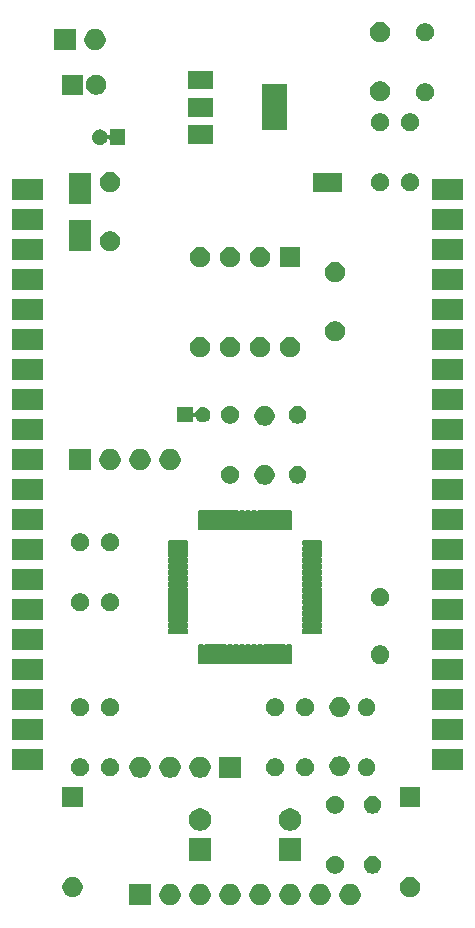
<source format=gbr>
G04 #@! TF.GenerationSoftware,KiCad,Pcbnew,(5.1.5)-3*
G04 #@! TF.CreationDate,2019-12-31T15:28:13-03:00*
G04 #@! TF.ProjectId,BoardNetMF1,426f6172-644e-4657-944d-46312e6b6963,rev?*
G04 #@! TF.SameCoordinates,Original*
G04 #@! TF.FileFunction,Soldermask,Top*
G04 #@! TF.FilePolarity,Negative*
%FSLAX46Y46*%
G04 Gerber Fmt 4.6, Leading zero omitted, Abs format (unit mm)*
G04 Created by KiCad (PCBNEW (5.1.5)-3) date 2019-12-31 15:28:13*
%MOMM*%
%LPD*%
G04 APERTURE LIST*
%ADD10C,0.100000*%
G04 APERTURE END LIST*
D10*
G36*
X131076000Y-149491000D02*
G01*
X129274000Y-149491000D01*
X129274000Y-147689000D01*
X131076000Y-147689000D01*
X131076000Y-149491000D01*
G37*
G36*
X132828512Y-147693927D02*
G01*
X132977812Y-147723624D01*
X133141784Y-147791544D01*
X133289354Y-147890147D01*
X133414853Y-148015646D01*
X133513456Y-148163216D01*
X133581376Y-148327188D01*
X133616000Y-148501259D01*
X133616000Y-148678741D01*
X133581376Y-148852812D01*
X133513456Y-149016784D01*
X133414853Y-149164354D01*
X133289354Y-149289853D01*
X133141784Y-149388456D01*
X132977812Y-149456376D01*
X132828512Y-149486073D01*
X132803742Y-149491000D01*
X132626258Y-149491000D01*
X132601488Y-149486073D01*
X132452188Y-149456376D01*
X132288216Y-149388456D01*
X132140646Y-149289853D01*
X132015147Y-149164354D01*
X131916544Y-149016784D01*
X131848624Y-148852812D01*
X131814000Y-148678741D01*
X131814000Y-148501259D01*
X131848624Y-148327188D01*
X131916544Y-148163216D01*
X132015147Y-148015646D01*
X132140646Y-147890147D01*
X132288216Y-147791544D01*
X132452188Y-147723624D01*
X132601488Y-147693927D01*
X132626258Y-147689000D01*
X132803742Y-147689000D01*
X132828512Y-147693927D01*
G37*
G36*
X135368512Y-147693927D02*
G01*
X135517812Y-147723624D01*
X135681784Y-147791544D01*
X135829354Y-147890147D01*
X135954853Y-148015646D01*
X136053456Y-148163216D01*
X136121376Y-148327188D01*
X136156000Y-148501259D01*
X136156000Y-148678741D01*
X136121376Y-148852812D01*
X136053456Y-149016784D01*
X135954853Y-149164354D01*
X135829354Y-149289853D01*
X135681784Y-149388456D01*
X135517812Y-149456376D01*
X135368512Y-149486073D01*
X135343742Y-149491000D01*
X135166258Y-149491000D01*
X135141488Y-149486073D01*
X134992188Y-149456376D01*
X134828216Y-149388456D01*
X134680646Y-149289853D01*
X134555147Y-149164354D01*
X134456544Y-149016784D01*
X134388624Y-148852812D01*
X134354000Y-148678741D01*
X134354000Y-148501259D01*
X134388624Y-148327188D01*
X134456544Y-148163216D01*
X134555147Y-148015646D01*
X134680646Y-147890147D01*
X134828216Y-147791544D01*
X134992188Y-147723624D01*
X135141488Y-147693927D01*
X135166258Y-147689000D01*
X135343742Y-147689000D01*
X135368512Y-147693927D01*
G37*
G36*
X137908512Y-147693927D02*
G01*
X138057812Y-147723624D01*
X138221784Y-147791544D01*
X138369354Y-147890147D01*
X138494853Y-148015646D01*
X138593456Y-148163216D01*
X138661376Y-148327188D01*
X138696000Y-148501259D01*
X138696000Y-148678741D01*
X138661376Y-148852812D01*
X138593456Y-149016784D01*
X138494853Y-149164354D01*
X138369354Y-149289853D01*
X138221784Y-149388456D01*
X138057812Y-149456376D01*
X137908512Y-149486073D01*
X137883742Y-149491000D01*
X137706258Y-149491000D01*
X137681488Y-149486073D01*
X137532188Y-149456376D01*
X137368216Y-149388456D01*
X137220646Y-149289853D01*
X137095147Y-149164354D01*
X136996544Y-149016784D01*
X136928624Y-148852812D01*
X136894000Y-148678741D01*
X136894000Y-148501259D01*
X136928624Y-148327188D01*
X136996544Y-148163216D01*
X137095147Y-148015646D01*
X137220646Y-147890147D01*
X137368216Y-147791544D01*
X137532188Y-147723624D01*
X137681488Y-147693927D01*
X137706258Y-147689000D01*
X137883742Y-147689000D01*
X137908512Y-147693927D01*
G37*
G36*
X140448512Y-147693927D02*
G01*
X140597812Y-147723624D01*
X140761784Y-147791544D01*
X140909354Y-147890147D01*
X141034853Y-148015646D01*
X141133456Y-148163216D01*
X141201376Y-148327188D01*
X141236000Y-148501259D01*
X141236000Y-148678741D01*
X141201376Y-148852812D01*
X141133456Y-149016784D01*
X141034853Y-149164354D01*
X140909354Y-149289853D01*
X140761784Y-149388456D01*
X140597812Y-149456376D01*
X140448512Y-149486073D01*
X140423742Y-149491000D01*
X140246258Y-149491000D01*
X140221488Y-149486073D01*
X140072188Y-149456376D01*
X139908216Y-149388456D01*
X139760646Y-149289853D01*
X139635147Y-149164354D01*
X139536544Y-149016784D01*
X139468624Y-148852812D01*
X139434000Y-148678741D01*
X139434000Y-148501259D01*
X139468624Y-148327188D01*
X139536544Y-148163216D01*
X139635147Y-148015646D01*
X139760646Y-147890147D01*
X139908216Y-147791544D01*
X140072188Y-147723624D01*
X140221488Y-147693927D01*
X140246258Y-147689000D01*
X140423742Y-147689000D01*
X140448512Y-147693927D01*
G37*
G36*
X142988512Y-147693927D02*
G01*
X143137812Y-147723624D01*
X143301784Y-147791544D01*
X143449354Y-147890147D01*
X143574853Y-148015646D01*
X143673456Y-148163216D01*
X143741376Y-148327188D01*
X143776000Y-148501259D01*
X143776000Y-148678741D01*
X143741376Y-148852812D01*
X143673456Y-149016784D01*
X143574853Y-149164354D01*
X143449354Y-149289853D01*
X143301784Y-149388456D01*
X143137812Y-149456376D01*
X142988512Y-149486073D01*
X142963742Y-149491000D01*
X142786258Y-149491000D01*
X142761488Y-149486073D01*
X142612188Y-149456376D01*
X142448216Y-149388456D01*
X142300646Y-149289853D01*
X142175147Y-149164354D01*
X142076544Y-149016784D01*
X142008624Y-148852812D01*
X141974000Y-148678741D01*
X141974000Y-148501259D01*
X142008624Y-148327188D01*
X142076544Y-148163216D01*
X142175147Y-148015646D01*
X142300646Y-147890147D01*
X142448216Y-147791544D01*
X142612188Y-147723624D01*
X142761488Y-147693927D01*
X142786258Y-147689000D01*
X142963742Y-147689000D01*
X142988512Y-147693927D01*
G37*
G36*
X148068512Y-147693927D02*
G01*
X148217812Y-147723624D01*
X148381784Y-147791544D01*
X148529354Y-147890147D01*
X148654853Y-148015646D01*
X148753456Y-148163216D01*
X148821376Y-148327188D01*
X148856000Y-148501259D01*
X148856000Y-148678741D01*
X148821376Y-148852812D01*
X148753456Y-149016784D01*
X148654853Y-149164354D01*
X148529354Y-149289853D01*
X148381784Y-149388456D01*
X148217812Y-149456376D01*
X148068512Y-149486073D01*
X148043742Y-149491000D01*
X147866258Y-149491000D01*
X147841488Y-149486073D01*
X147692188Y-149456376D01*
X147528216Y-149388456D01*
X147380646Y-149289853D01*
X147255147Y-149164354D01*
X147156544Y-149016784D01*
X147088624Y-148852812D01*
X147054000Y-148678741D01*
X147054000Y-148501259D01*
X147088624Y-148327188D01*
X147156544Y-148163216D01*
X147255147Y-148015646D01*
X147380646Y-147890147D01*
X147528216Y-147791544D01*
X147692188Y-147723624D01*
X147841488Y-147693927D01*
X147866258Y-147689000D01*
X148043742Y-147689000D01*
X148068512Y-147693927D01*
G37*
G36*
X145528512Y-147693927D02*
G01*
X145677812Y-147723624D01*
X145841784Y-147791544D01*
X145989354Y-147890147D01*
X146114853Y-148015646D01*
X146213456Y-148163216D01*
X146281376Y-148327188D01*
X146316000Y-148501259D01*
X146316000Y-148678741D01*
X146281376Y-148852812D01*
X146213456Y-149016784D01*
X146114853Y-149164354D01*
X145989354Y-149289853D01*
X145841784Y-149388456D01*
X145677812Y-149456376D01*
X145528512Y-149486073D01*
X145503742Y-149491000D01*
X145326258Y-149491000D01*
X145301488Y-149486073D01*
X145152188Y-149456376D01*
X144988216Y-149388456D01*
X144840646Y-149289853D01*
X144715147Y-149164354D01*
X144616544Y-149016784D01*
X144548624Y-148852812D01*
X144514000Y-148678741D01*
X144514000Y-148501259D01*
X144548624Y-148327188D01*
X144616544Y-148163216D01*
X144715147Y-148015646D01*
X144840646Y-147890147D01*
X144988216Y-147791544D01*
X145152188Y-147723624D01*
X145301488Y-147693927D01*
X145326258Y-147689000D01*
X145503742Y-147689000D01*
X145528512Y-147693927D01*
G37*
G36*
X124708228Y-147136703D02*
G01*
X124863100Y-147200853D01*
X125002481Y-147293985D01*
X125121015Y-147412519D01*
X125214147Y-147551900D01*
X125278297Y-147706772D01*
X125311000Y-147871184D01*
X125311000Y-148038816D01*
X125278297Y-148203228D01*
X125214147Y-148358100D01*
X125121015Y-148497481D01*
X125002481Y-148616015D01*
X124863100Y-148709147D01*
X124708228Y-148773297D01*
X124543816Y-148806000D01*
X124376184Y-148806000D01*
X124211772Y-148773297D01*
X124056900Y-148709147D01*
X123917519Y-148616015D01*
X123798985Y-148497481D01*
X123705853Y-148358100D01*
X123641703Y-148203228D01*
X123609000Y-148038816D01*
X123609000Y-147871184D01*
X123641703Y-147706772D01*
X123705853Y-147551900D01*
X123798985Y-147412519D01*
X123917519Y-147293985D01*
X124056900Y-147200853D01*
X124211772Y-147136703D01*
X124376184Y-147104000D01*
X124543816Y-147104000D01*
X124708228Y-147136703D01*
G37*
G36*
X153283228Y-147136703D02*
G01*
X153438100Y-147200853D01*
X153577481Y-147293985D01*
X153696015Y-147412519D01*
X153789147Y-147551900D01*
X153853297Y-147706772D01*
X153886000Y-147871184D01*
X153886000Y-148038816D01*
X153853297Y-148203228D01*
X153789147Y-148358100D01*
X153696015Y-148497481D01*
X153577481Y-148616015D01*
X153438100Y-148709147D01*
X153283228Y-148773297D01*
X153118816Y-148806000D01*
X152951184Y-148806000D01*
X152786772Y-148773297D01*
X152631900Y-148709147D01*
X152492519Y-148616015D01*
X152373985Y-148497481D01*
X152280853Y-148358100D01*
X152216703Y-148203228D01*
X152184000Y-148038816D01*
X152184000Y-147871184D01*
X152216703Y-147706772D01*
X152280853Y-147551900D01*
X152373985Y-147412519D01*
X152492519Y-147293985D01*
X152631900Y-147200853D01*
X152786772Y-147136703D01*
X152951184Y-147104000D01*
X153118816Y-147104000D01*
X153283228Y-147136703D01*
G37*
G36*
X146904059Y-145327860D02*
G01*
X147040732Y-145384472D01*
X147163735Y-145466660D01*
X147268340Y-145571265D01*
X147350528Y-145694268D01*
X147407140Y-145830941D01*
X147436000Y-145976033D01*
X147436000Y-146123967D01*
X147407140Y-146269059D01*
X147350528Y-146405732D01*
X147268340Y-146528735D01*
X147163735Y-146633340D01*
X147040732Y-146715528D01*
X147040731Y-146715529D01*
X147040730Y-146715529D01*
X146904059Y-146772140D01*
X146758968Y-146801000D01*
X146611032Y-146801000D01*
X146465941Y-146772140D01*
X146329270Y-146715529D01*
X146329269Y-146715529D01*
X146329268Y-146715528D01*
X146206265Y-146633340D01*
X146101660Y-146528735D01*
X146019472Y-146405732D01*
X145962860Y-146269059D01*
X145934000Y-146123967D01*
X145934000Y-145976033D01*
X145962860Y-145830941D01*
X146019472Y-145694268D01*
X146101660Y-145571265D01*
X146206265Y-145466660D01*
X146329268Y-145384472D01*
X146465941Y-145327860D01*
X146611032Y-145299000D01*
X146758968Y-145299000D01*
X146904059Y-145327860D01*
G37*
G36*
X150079059Y-145327860D02*
G01*
X150215732Y-145384472D01*
X150338735Y-145466660D01*
X150443340Y-145571265D01*
X150525528Y-145694268D01*
X150582140Y-145830941D01*
X150611000Y-145976033D01*
X150611000Y-146123967D01*
X150582140Y-146269059D01*
X150525528Y-146405732D01*
X150443340Y-146528735D01*
X150338735Y-146633340D01*
X150215732Y-146715528D01*
X150215731Y-146715529D01*
X150215730Y-146715529D01*
X150079059Y-146772140D01*
X149933968Y-146801000D01*
X149786032Y-146801000D01*
X149640941Y-146772140D01*
X149504270Y-146715529D01*
X149504269Y-146715529D01*
X149504268Y-146715528D01*
X149381265Y-146633340D01*
X149276660Y-146528735D01*
X149194472Y-146405732D01*
X149137860Y-146269059D01*
X149109000Y-146123967D01*
X149109000Y-145976033D01*
X149137860Y-145830941D01*
X149194472Y-145694268D01*
X149276660Y-145571265D01*
X149381265Y-145466660D01*
X149504268Y-145384472D01*
X149640941Y-145327860D01*
X149786032Y-145299000D01*
X149933968Y-145299000D01*
X150079059Y-145327860D01*
G37*
G36*
X143826000Y-145731000D02*
G01*
X141924000Y-145731000D01*
X141924000Y-143829000D01*
X143826000Y-143829000D01*
X143826000Y-145731000D01*
G37*
G36*
X136206000Y-145731000D02*
G01*
X134304000Y-145731000D01*
X134304000Y-143829000D01*
X136206000Y-143829000D01*
X136206000Y-145731000D01*
G37*
G36*
X143152395Y-141325546D02*
G01*
X143325466Y-141397234D01*
X143325467Y-141397235D01*
X143481227Y-141501310D01*
X143613690Y-141633773D01*
X143614863Y-141635529D01*
X143717766Y-141789534D01*
X143789454Y-141962605D01*
X143826000Y-142146333D01*
X143826000Y-142333667D01*
X143789454Y-142517395D01*
X143717766Y-142690466D01*
X143717765Y-142690467D01*
X143613690Y-142846227D01*
X143481227Y-142978690D01*
X143402818Y-143031081D01*
X143325466Y-143082766D01*
X143152395Y-143154454D01*
X142968667Y-143191000D01*
X142781333Y-143191000D01*
X142597605Y-143154454D01*
X142424534Y-143082766D01*
X142347182Y-143031081D01*
X142268773Y-142978690D01*
X142136310Y-142846227D01*
X142032235Y-142690467D01*
X142032234Y-142690466D01*
X141960546Y-142517395D01*
X141924000Y-142333667D01*
X141924000Y-142146333D01*
X141960546Y-141962605D01*
X142032234Y-141789534D01*
X142135137Y-141635529D01*
X142136310Y-141633773D01*
X142268773Y-141501310D01*
X142424533Y-141397235D01*
X142424534Y-141397234D01*
X142597605Y-141325546D01*
X142781333Y-141289000D01*
X142968667Y-141289000D01*
X143152395Y-141325546D01*
G37*
G36*
X135532395Y-141325546D02*
G01*
X135705466Y-141397234D01*
X135705467Y-141397235D01*
X135861227Y-141501310D01*
X135993690Y-141633773D01*
X135994863Y-141635529D01*
X136097766Y-141789534D01*
X136169454Y-141962605D01*
X136206000Y-142146333D01*
X136206000Y-142333667D01*
X136169454Y-142517395D01*
X136097766Y-142690466D01*
X136097765Y-142690467D01*
X135993690Y-142846227D01*
X135861227Y-142978690D01*
X135782818Y-143031081D01*
X135705466Y-143082766D01*
X135532395Y-143154454D01*
X135348667Y-143191000D01*
X135161333Y-143191000D01*
X134977605Y-143154454D01*
X134804534Y-143082766D01*
X134727182Y-143031081D01*
X134648773Y-142978690D01*
X134516310Y-142846227D01*
X134412235Y-142690467D01*
X134412234Y-142690466D01*
X134340546Y-142517395D01*
X134304000Y-142333667D01*
X134304000Y-142146333D01*
X134340546Y-141962605D01*
X134412234Y-141789534D01*
X134515137Y-141635529D01*
X134516310Y-141633773D01*
X134648773Y-141501310D01*
X134804533Y-141397235D01*
X134804534Y-141397234D01*
X134977605Y-141325546D01*
X135161333Y-141289000D01*
X135348667Y-141289000D01*
X135532395Y-141325546D01*
G37*
G36*
X150079059Y-140247860D02*
G01*
X150215732Y-140304472D01*
X150338735Y-140386660D01*
X150443340Y-140491265D01*
X150525528Y-140614268D01*
X150582140Y-140750941D01*
X150611000Y-140896033D01*
X150611000Y-141043967D01*
X150582140Y-141189059D01*
X150525528Y-141325732D01*
X150443340Y-141448735D01*
X150338735Y-141553340D01*
X150215732Y-141635528D01*
X150215731Y-141635529D01*
X150215730Y-141635529D01*
X150079059Y-141692140D01*
X149933968Y-141721000D01*
X149786032Y-141721000D01*
X149640941Y-141692140D01*
X149504270Y-141635529D01*
X149504269Y-141635529D01*
X149504268Y-141635528D01*
X149381265Y-141553340D01*
X149276660Y-141448735D01*
X149194472Y-141325732D01*
X149137860Y-141189059D01*
X149109000Y-141043967D01*
X149109000Y-140896033D01*
X149137860Y-140750941D01*
X149194472Y-140614268D01*
X149276660Y-140491265D01*
X149381265Y-140386660D01*
X149504268Y-140304472D01*
X149640941Y-140247860D01*
X149786032Y-140219000D01*
X149933968Y-140219000D01*
X150079059Y-140247860D01*
G37*
G36*
X146904059Y-140247860D02*
G01*
X147040732Y-140304472D01*
X147163735Y-140386660D01*
X147268340Y-140491265D01*
X147350528Y-140614268D01*
X147407140Y-140750941D01*
X147436000Y-140896033D01*
X147436000Y-141043967D01*
X147407140Y-141189059D01*
X147350528Y-141325732D01*
X147268340Y-141448735D01*
X147163735Y-141553340D01*
X147040732Y-141635528D01*
X147040731Y-141635529D01*
X147040730Y-141635529D01*
X146904059Y-141692140D01*
X146758968Y-141721000D01*
X146611032Y-141721000D01*
X146465941Y-141692140D01*
X146329270Y-141635529D01*
X146329269Y-141635529D01*
X146329268Y-141635528D01*
X146206265Y-141553340D01*
X146101660Y-141448735D01*
X146019472Y-141325732D01*
X145962860Y-141189059D01*
X145934000Y-141043967D01*
X145934000Y-140896033D01*
X145962860Y-140750941D01*
X146019472Y-140614268D01*
X146101660Y-140491265D01*
X146206265Y-140386660D01*
X146329268Y-140304472D01*
X146465941Y-140247860D01*
X146611032Y-140219000D01*
X146758968Y-140219000D01*
X146904059Y-140247860D01*
G37*
G36*
X153886000Y-141186000D02*
G01*
X152184000Y-141186000D01*
X152184000Y-139484000D01*
X153886000Y-139484000D01*
X153886000Y-141186000D01*
G37*
G36*
X125311000Y-141186000D02*
G01*
X123609000Y-141186000D01*
X123609000Y-139484000D01*
X125311000Y-139484000D01*
X125311000Y-141186000D01*
G37*
G36*
X138696000Y-138696000D02*
G01*
X136894000Y-138696000D01*
X136894000Y-136894000D01*
X138696000Y-136894000D01*
X138696000Y-138696000D01*
G37*
G36*
X135368512Y-136898927D02*
G01*
X135517812Y-136928624D01*
X135681784Y-136996544D01*
X135829354Y-137095147D01*
X135954853Y-137220646D01*
X136053456Y-137368216D01*
X136121376Y-137532188D01*
X136156000Y-137706259D01*
X136156000Y-137883741D01*
X136121376Y-138057812D01*
X136053456Y-138221784D01*
X135954853Y-138369354D01*
X135829354Y-138494853D01*
X135681784Y-138593456D01*
X135517812Y-138661376D01*
X135368512Y-138691073D01*
X135343742Y-138696000D01*
X135166258Y-138696000D01*
X135141488Y-138691073D01*
X134992188Y-138661376D01*
X134828216Y-138593456D01*
X134680646Y-138494853D01*
X134555147Y-138369354D01*
X134456544Y-138221784D01*
X134388624Y-138057812D01*
X134354000Y-137883741D01*
X134354000Y-137706259D01*
X134388624Y-137532188D01*
X134456544Y-137368216D01*
X134555147Y-137220646D01*
X134680646Y-137095147D01*
X134828216Y-136996544D01*
X134992188Y-136928624D01*
X135141488Y-136898927D01*
X135166258Y-136894000D01*
X135343742Y-136894000D01*
X135368512Y-136898927D01*
G37*
G36*
X132828512Y-136898927D02*
G01*
X132977812Y-136928624D01*
X133141784Y-136996544D01*
X133289354Y-137095147D01*
X133414853Y-137220646D01*
X133513456Y-137368216D01*
X133581376Y-137532188D01*
X133616000Y-137706259D01*
X133616000Y-137883741D01*
X133581376Y-138057812D01*
X133513456Y-138221784D01*
X133414853Y-138369354D01*
X133289354Y-138494853D01*
X133141784Y-138593456D01*
X132977812Y-138661376D01*
X132828512Y-138691073D01*
X132803742Y-138696000D01*
X132626258Y-138696000D01*
X132601488Y-138691073D01*
X132452188Y-138661376D01*
X132288216Y-138593456D01*
X132140646Y-138494853D01*
X132015147Y-138369354D01*
X131916544Y-138221784D01*
X131848624Y-138057812D01*
X131814000Y-137883741D01*
X131814000Y-137706259D01*
X131848624Y-137532188D01*
X131916544Y-137368216D01*
X132015147Y-137220646D01*
X132140646Y-137095147D01*
X132288216Y-136996544D01*
X132452188Y-136928624D01*
X132601488Y-136898927D01*
X132626258Y-136894000D01*
X132803742Y-136894000D01*
X132828512Y-136898927D01*
G37*
G36*
X130288512Y-136898927D02*
G01*
X130437812Y-136928624D01*
X130601784Y-136996544D01*
X130749354Y-137095147D01*
X130874853Y-137220646D01*
X130973456Y-137368216D01*
X131041376Y-137532188D01*
X131076000Y-137706259D01*
X131076000Y-137883741D01*
X131041376Y-138057812D01*
X130973456Y-138221784D01*
X130874853Y-138369354D01*
X130749354Y-138494853D01*
X130601784Y-138593456D01*
X130437812Y-138661376D01*
X130288512Y-138691073D01*
X130263742Y-138696000D01*
X130086258Y-138696000D01*
X130061488Y-138691073D01*
X129912188Y-138661376D01*
X129748216Y-138593456D01*
X129600646Y-138494853D01*
X129475147Y-138369354D01*
X129376544Y-138221784D01*
X129308624Y-138057812D01*
X129274000Y-137883741D01*
X129274000Y-137706259D01*
X129308624Y-137532188D01*
X129376544Y-137368216D01*
X129475147Y-137220646D01*
X129600646Y-137095147D01*
X129748216Y-136996544D01*
X129912188Y-136928624D01*
X130061488Y-136898927D01*
X130086258Y-136894000D01*
X130263742Y-136894000D01*
X130288512Y-136898927D01*
G37*
G36*
X147314228Y-136896703D02*
G01*
X147469100Y-136960853D01*
X147608481Y-137053985D01*
X147727015Y-137172519D01*
X147820147Y-137311900D01*
X147884297Y-137466772D01*
X147917000Y-137631184D01*
X147917000Y-137798816D01*
X147884297Y-137963228D01*
X147820147Y-138118100D01*
X147727015Y-138257481D01*
X147608481Y-138376015D01*
X147469100Y-138469147D01*
X147314228Y-138533297D01*
X147149816Y-138566000D01*
X146982184Y-138566000D01*
X146817772Y-138533297D01*
X146662900Y-138469147D01*
X146523519Y-138376015D01*
X146404985Y-138257481D01*
X146311853Y-138118100D01*
X146247703Y-137963228D01*
X146215000Y-137798816D01*
X146215000Y-137631184D01*
X146247703Y-137466772D01*
X146311853Y-137311900D01*
X146404985Y-137172519D01*
X146523519Y-137053985D01*
X146662900Y-136960853D01*
X146817772Y-136896703D01*
X146982184Y-136864000D01*
X147149816Y-136864000D01*
X147314228Y-136896703D01*
G37*
G36*
X141824059Y-137072860D02*
G01*
X141877865Y-137095147D01*
X141960732Y-137129472D01*
X142083735Y-137211660D01*
X142188340Y-137316265D01*
X142223054Y-137368218D01*
X142270529Y-137439270D01*
X142327140Y-137575941D01*
X142356000Y-137721032D01*
X142356000Y-137868968D01*
X142353061Y-137883742D01*
X142327140Y-138014059D01*
X142270528Y-138150732D01*
X142188340Y-138273735D01*
X142083735Y-138378340D01*
X141960732Y-138460528D01*
X141960731Y-138460529D01*
X141960730Y-138460529D01*
X141824059Y-138517140D01*
X141678968Y-138546000D01*
X141531032Y-138546000D01*
X141385941Y-138517140D01*
X141249270Y-138460529D01*
X141249269Y-138460529D01*
X141249268Y-138460528D01*
X141126265Y-138378340D01*
X141021660Y-138273735D01*
X140939472Y-138150732D01*
X140882860Y-138014059D01*
X140856939Y-137883742D01*
X140854000Y-137868968D01*
X140854000Y-137721032D01*
X140882860Y-137575941D01*
X140939471Y-137439270D01*
X140986946Y-137368218D01*
X141021660Y-137316265D01*
X141126265Y-137211660D01*
X141249268Y-137129472D01*
X141332136Y-137095147D01*
X141385941Y-137072860D01*
X141531032Y-137044000D01*
X141678968Y-137044000D01*
X141824059Y-137072860D01*
G37*
G36*
X144364059Y-137072860D02*
G01*
X144417865Y-137095147D01*
X144500732Y-137129472D01*
X144623735Y-137211660D01*
X144728340Y-137316265D01*
X144763054Y-137368218D01*
X144810529Y-137439270D01*
X144867140Y-137575941D01*
X144896000Y-137721032D01*
X144896000Y-137868968D01*
X144893061Y-137883742D01*
X144867140Y-138014059D01*
X144810528Y-138150732D01*
X144728340Y-138273735D01*
X144623735Y-138378340D01*
X144500732Y-138460528D01*
X144500731Y-138460529D01*
X144500730Y-138460529D01*
X144364059Y-138517140D01*
X144218968Y-138546000D01*
X144071032Y-138546000D01*
X143925941Y-138517140D01*
X143789270Y-138460529D01*
X143789269Y-138460529D01*
X143789268Y-138460528D01*
X143666265Y-138378340D01*
X143561660Y-138273735D01*
X143479472Y-138150732D01*
X143422860Y-138014059D01*
X143396939Y-137883742D01*
X143394000Y-137868968D01*
X143394000Y-137721032D01*
X143422860Y-137575941D01*
X143479471Y-137439270D01*
X143526946Y-137368218D01*
X143561660Y-137316265D01*
X143666265Y-137211660D01*
X143789268Y-137129472D01*
X143872136Y-137095147D01*
X143925941Y-137072860D01*
X144071032Y-137044000D01*
X144218968Y-137044000D01*
X144364059Y-137072860D01*
G37*
G36*
X125314059Y-137072860D02*
G01*
X125367865Y-137095147D01*
X125450732Y-137129472D01*
X125573735Y-137211660D01*
X125678340Y-137316265D01*
X125713054Y-137368218D01*
X125760529Y-137439270D01*
X125817140Y-137575941D01*
X125846000Y-137721032D01*
X125846000Y-137868968D01*
X125843061Y-137883742D01*
X125817140Y-138014059D01*
X125760528Y-138150732D01*
X125678340Y-138273735D01*
X125573735Y-138378340D01*
X125450732Y-138460528D01*
X125450731Y-138460529D01*
X125450730Y-138460529D01*
X125314059Y-138517140D01*
X125168968Y-138546000D01*
X125021032Y-138546000D01*
X124875941Y-138517140D01*
X124739270Y-138460529D01*
X124739269Y-138460529D01*
X124739268Y-138460528D01*
X124616265Y-138378340D01*
X124511660Y-138273735D01*
X124429472Y-138150732D01*
X124372860Y-138014059D01*
X124346939Y-137883742D01*
X124344000Y-137868968D01*
X124344000Y-137721032D01*
X124372860Y-137575941D01*
X124429471Y-137439270D01*
X124476946Y-137368218D01*
X124511660Y-137316265D01*
X124616265Y-137211660D01*
X124739268Y-137129472D01*
X124822136Y-137095147D01*
X124875941Y-137072860D01*
X125021032Y-137044000D01*
X125168968Y-137044000D01*
X125314059Y-137072860D01*
G37*
G36*
X149571059Y-137072860D02*
G01*
X149624865Y-137095147D01*
X149707732Y-137129472D01*
X149830735Y-137211660D01*
X149935340Y-137316265D01*
X149970054Y-137368218D01*
X150017529Y-137439270D01*
X150074140Y-137575941D01*
X150103000Y-137721032D01*
X150103000Y-137868968D01*
X150100061Y-137883742D01*
X150074140Y-138014059D01*
X150017528Y-138150732D01*
X149935340Y-138273735D01*
X149830735Y-138378340D01*
X149707732Y-138460528D01*
X149707731Y-138460529D01*
X149707730Y-138460529D01*
X149571059Y-138517140D01*
X149425968Y-138546000D01*
X149278032Y-138546000D01*
X149132941Y-138517140D01*
X148996270Y-138460529D01*
X148996269Y-138460529D01*
X148996268Y-138460528D01*
X148873265Y-138378340D01*
X148768660Y-138273735D01*
X148686472Y-138150732D01*
X148629860Y-138014059D01*
X148603939Y-137883742D01*
X148601000Y-137868968D01*
X148601000Y-137721032D01*
X148629860Y-137575941D01*
X148686471Y-137439270D01*
X148733946Y-137368218D01*
X148768660Y-137316265D01*
X148873265Y-137211660D01*
X148996268Y-137129472D01*
X149079136Y-137095147D01*
X149132941Y-137072860D01*
X149278032Y-137044000D01*
X149425968Y-137044000D01*
X149571059Y-137072860D01*
G37*
G36*
X127854059Y-137072860D02*
G01*
X127907865Y-137095147D01*
X127990732Y-137129472D01*
X128113735Y-137211660D01*
X128218340Y-137316265D01*
X128253054Y-137368218D01*
X128300529Y-137439270D01*
X128357140Y-137575941D01*
X128386000Y-137721032D01*
X128386000Y-137868968D01*
X128383061Y-137883742D01*
X128357140Y-138014059D01*
X128300528Y-138150732D01*
X128218340Y-138273735D01*
X128113735Y-138378340D01*
X127990732Y-138460528D01*
X127990731Y-138460529D01*
X127990730Y-138460529D01*
X127854059Y-138517140D01*
X127708968Y-138546000D01*
X127561032Y-138546000D01*
X127415941Y-138517140D01*
X127279270Y-138460529D01*
X127279269Y-138460529D01*
X127279268Y-138460528D01*
X127156265Y-138378340D01*
X127051660Y-138273735D01*
X126969472Y-138150732D01*
X126912860Y-138014059D01*
X126886939Y-137883742D01*
X126884000Y-137868968D01*
X126884000Y-137721032D01*
X126912860Y-137575941D01*
X126969471Y-137439270D01*
X127016946Y-137368218D01*
X127051660Y-137316265D01*
X127156265Y-137211660D01*
X127279268Y-137129472D01*
X127362136Y-137095147D01*
X127415941Y-137072860D01*
X127561032Y-137044000D01*
X127708968Y-137044000D01*
X127854059Y-137072860D01*
G37*
G36*
X157531000Y-138061000D02*
G01*
X154889000Y-138061000D01*
X154889000Y-136259000D01*
X157531000Y-136259000D01*
X157531000Y-138061000D01*
G37*
G36*
X121971000Y-138061000D02*
G01*
X119329000Y-138061000D01*
X119329000Y-136259000D01*
X121971000Y-136259000D01*
X121971000Y-138061000D01*
G37*
G36*
X121971000Y-135521000D02*
G01*
X119329000Y-135521000D01*
X119329000Y-133719000D01*
X121971000Y-133719000D01*
X121971000Y-135521000D01*
G37*
G36*
X157531000Y-135521000D02*
G01*
X154889000Y-135521000D01*
X154889000Y-133719000D01*
X157531000Y-133719000D01*
X157531000Y-135521000D01*
G37*
G36*
X147314228Y-131896703D02*
G01*
X147469100Y-131960853D01*
X147608481Y-132053985D01*
X147727015Y-132172519D01*
X147820147Y-132311900D01*
X147884297Y-132466772D01*
X147917000Y-132631184D01*
X147917000Y-132798816D01*
X147884297Y-132963228D01*
X147820147Y-133118100D01*
X147727015Y-133257481D01*
X147608481Y-133376015D01*
X147469100Y-133469147D01*
X147314228Y-133533297D01*
X147149816Y-133566000D01*
X146982184Y-133566000D01*
X146817772Y-133533297D01*
X146662900Y-133469147D01*
X146523519Y-133376015D01*
X146404985Y-133257481D01*
X146311853Y-133118100D01*
X146247703Y-132963228D01*
X146215000Y-132798816D01*
X146215000Y-132631184D01*
X146247703Y-132466772D01*
X146311853Y-132311900D01*
X146404985Y-132172519D01*
X146523519Y-132053985D01*
X146662900Y-131960853D01*
X146817772Y-131896703D01*
X146982184Y-131864000D01*
X147149816Y-131864000D01*
X147314228Y-131896703D01*
G37*
G36*
X127854059Y-131992860D02*
G01*
X127990732Y-132049472D01*
X128113735Y-132131660D01*
X128218340Y-132236265D01*
X128300528Y-132359268D01*
X128357140Y-132495941D01*
X128386000Y-132641033D01*
X128386000Y-132788967D01*
X128357140Y-132934059D01*
X128300528Y-133070732D01*
X128218340Y-133193735D01*
X128113735Y-133298340D01*
X127990732Y-133380528D01*
X127990731Y-133380529D01*
X127990730Y-133380529D01*
X127854059Y-133437140D01*
X127708968Y-133466000D01*
X127561032Y-133466000D01*
X127415941Y-133437140D01*
X127279270Y-133380529D01*
X127279269Y-133380529D01*
X127279268Y-133380528D01*
X127156265Y-133298340D01*
X127051660Y-133193735D01*
X126969472Y-133070732D01*
X126912860Y-132934059D01*
X126884000Y-132788967D01*
X126884000Y-132641033D01*
X126912860Y-132495941D01*
X126969472Y-132359268D01*
X127051660Y-132236265D01*
X127156265Y-132131660D01*
X127279268Y-132049472D01*
X127415941Y-131992860D01*
X127561032Y-131964000D01*
X127708968Y-131964000D01*
X127854059Y-131992860D01*
G37*
G36*
X125314059Y-131992860D02*
G01*
X125450732Y-132049472D01*
X125573735Y-132131660D01*
X125678340Y-132236265D01*
X125760528Y-132359268D01*
X125817140Y-132495941D01*
X125846000Y-132641033D01*
X125846000Y-132788967D01*
X125817140Y-132934059D01*
X125760528Y-133070732D01*
X125678340Y-133193735D01*
X125573735Y-133298340D01*
X125450732Y-133380528D01*
X125450731Y-133380529D01*
X125450730Y-133380529D01*
X125314059Y-133437140D01*
X125168968Y-133466000D01*
X125021032Y-133466000D01*
X124875941Y-133437140D01*
X124739270Y-133380529D01*
X124739269Y-133380529D01*
X124739268Y-133380528D01*
X124616265Y-133298340D01*
X124511660Y-133193735D01*
X124429472Y-133070732D01*
X124372860Y-132934059D01*
X124344000Y-132788967D01*
X124344000Y-132641033D01*
X124372860Y-132495941D01*
X124429472Y-132359268D01*
X124511660Y-132236265D01*
X124616265Y-132131660D01*
X124739268Y-132049472D01*
X124875941Y-131992860D01*
X125021032Y-131964000D01*
X125168968Y-131964000D01*
X125314059Y-131992860D01*
G37*
G36*
X141824059Y-131992860D02*
G01*
X141960732Y-132049472D01*
X142083735Y-132131660D01*
X142188340Y-132236265D01*
X142270528Y-132359268D01*
X142327140Y-132495941D01*
X142356000Y-132641033D01*
X142356000Y-132788967D01*
X142327140Y-132934059D01*
X142270528Y-133070732D01*
X142188340Y-133193735D01*
X142083735Y-133298340D01*
X141960732Y-133380528D01*
X141960731Y-133380529D01*
X141960730Y-133380529D01*
X141824059Y-133437140D01*
X141678968Y-133466000D01*
X141531032Y-133466000D01*
X141385941Y-133437140D01*
X141249270Y-133380529D01*
X141249269Y-133380529D01*
X141249268Y-133380528D01*
X141126265Y-133298340D01*
X141021660Y-133193735D01*
X140939472Y-133070732D01*
X140882860Y-132934059D01*
X140854000Y-132788967D01*
X140854000Y-132641033D01*
X140882860Y-132495941D01*
X140939472Y-132359268D01*
X141021660Y-132236265D01*
X141126265Y-132131660D01*
X141249268Y-132049472D01*
X141385941Y-131992860D01*
X141531032Y-131964000D01*
X141678968Y-131964000D01*
X141824059Y-131992860D01*
G37*
G36*
X149571059Y-131992860D02*
G01*
X149707732Y-132049472D01*
X149830735Y-132131660D01*
X149935340Y-132236265D01*
X150017528Y-132359268D01*
X150074140Y-132495941D01*
X150103000Y-132641033D01*
X150103000Y-132788967D01*
X150074140Y-132934059D01*
X150017528Y-133070732D01*
X149935340Y-133193735D01*
X149830735Y-133298340D01*
X149707732Y-133380528D01*
X149707731Y-133380529D01*
X149707730Y-133380529D01*
X149571059Y-133437140D01*
X149425968Y-133466000D01*
X149278032Y-133466000D01*
X149132941Y-133437140D01*
X148996270Y-133380529D01*
X148996269Y-133380529D01*
X148996268Y-133380528D01*
X148873265Y-133298340D01*
X148768660Y-133193735D01*
X148686472Y-133070732D01*
X148629860Y-132934059D01*
X148601000Y-132788967D01*
X148601000Y-132641033D01*
X148629860Y-132495941D01*
X148686472Y-132359268D01*
X148768660Y-132236265D01*
X148873265Y-132131660D01*
X148996268Y-132049472D01*
X149132941Y-131992860D01*
X149278032Y-131964000D01*
X149425968Y-131964000D01*
X149571059Y-131992860D01*
G37*
G36*
X144364059Y-131992860D02*
G01*
X144500732Y-132049472D01*
X144623735Y-132131660D01*
X144728340Y-132236265D01*
X144810528Y-132359268D01*
X144867140Y-132495941D01*
X144896000Y-132641033D01*
X144896000Y-132788967D01*
X144867140Y-132934059D01*
X144810528Y-133070732D01*
X144728340Y-133193735D01*
X144623735Y-133298340D01*
X144500732Y-133380528D01*
X144500731Y-133380529D01*
X144500730Y-133380529D01*
X144364059Y-133437140D01*
X144218968Y-133466000D01*
X144071032Y-133466000D01*
X143925941Y-133437140D01*
X143789270Y-133380529D01*
X143789269Y-133380529D01*
X143789268Y-133380528D01*
X143666265Y-133298340D01*
X143561660Y-133193735D01*
X143479472Y-133070732D01*
X143422860Y-132934059D01*
X143394000Y-132788967D01*
X143394000Y-132641033D01*
X143422860Y-132495941D01*
X143479472Y-132359268D01*
X143561660Y-132236265D01*
X143666265Y-132131660D01*
X143789268Y-132049472D01*
X143925941Y-131992860D01*
X144071032Y-131964000D01*
X144218968Y-131964000D01*
X144364059Y-131992860D01*
G37*
G36*
X157531000Y-132981000D02*
G01*
X154889000Y-132981000D01*
X154889000Y-131179000D01*
X157531000Y-131179000D01*
X157531000Y-132981000D01*
G37*
G36*
X121971000Y-132981000D02*
G01*
X119329000Y-132981000D01*
X119329000Y-131179000D01*
X121971000Y-131179000D01*
X121971000Y-132981000D01*
G37*
G36*
X121971000Y-130441000D02*
G01*
X119329000Y-130441000D01*
X119329000Y-128639000D01*
X121971000Y-128639000D01*
X121971000Y-130441000D01*
G37*
G36*
X157531000Y-130441000D02*
G01*
X154889000Y-130441000D01*
X154889000Y-128639000D01*
X157531000Y-128639000D01*
X157531000Y-130441000D01*
G37*
G36*
X150728642Y-127499781D02*
G01*
X150874414Y-127560162D01*
X150874416Y-127560163D01*
X151005608Y-127647822D01*
X151117178Y-127759392D01*
X151204837Y-127890584D01*
X151204838Y-127890586D01*
X151265219Y-128036358D01*
X151296000Y-128191107D01*
X151296000Y-128348893D01*
X151265219Y-128503642D01*
X151204838Y-128649414D01*
X151204837Y-128649416D01*
X151117178Y-128780608D01*
X151005608Y-128892178D01*
X150874416Y-128979837D01*
X150874415Y-128979838D01*
X150874414Y-128979838D01*
X150728642Y-129040219D01*
X150573893Y-129071000D01*
X150416107Y-129071000D01*
X150261358Y-129040219D01*
X150115586Y-128979838D01*
X150115585Y-128979838D01*
X150115584Y-128979837D01*
X149984392Y-128892178D01*
X149872822Y-128780608D01*
X149785163Y-128649416D01*
X149785162Y-128649414D01*
X149724781Y-128503642D01*
X149694000Y-128348893D01*
X149694000Y-128191107D01*
X149724781Y-128036358D01*
X149785162Y-127890586D01*
X149785163Y-127890584D01*
X149872822Y-127759392D01*
X149984392Y-127647822D01*
X150115584Y-127560163D01*
X150115586Y-127560162D01*
X150261358Y-127499781D01*
X150416107Y-127469000D01*
X150573893Y-127469000D01*
X150728642Y-127499781D01*
G37*
G36*
X135485295Y-127405323D02*
G01*
X135492309Y-127407451D01*
X135506077Y-127414810D01*
X135528716Y-127424187D01*
X135552749Y-127428967D01*
X135577253Y-127428967D01*
X135601286Y-127424186D01*
X135623923Y-127414810D01*
X135637691Y-127407451D01*
X135644705Y-127405323D01*
X135658140Y-127404000D01*
X135971860Y-127404000D01*
X135985295Y-127405323D01*
X135992309Y-127407451D01*
X136006077Y-127414810D01*
X136028716Y-127424187D01*
X136052749Y-127428967D01*
X136077253Y-127428967D01*
X136101286Y-127424186D01*
X136123923Y-127414810D01*
X136137691Y-127407451D01*
X136144705Y-127405323D01*
X136158140Y-127404000D01*
X136471860Y-127404000D01*
X136485295Y-127405323D01*
X136492309Y-127407451D01*
X136506077Y-127414810D01*
X136528716Y-127424187D01*
X136552749Y-127428967D01*
X136577253Y-127428967D01*
X136601286Y-127424186D01*
X136623923Y-127414810D01*
X136637691Y-127407451D01*
X136644705Y-127405323D01*
X136658140Y-127404000D01*
X136971860Y-127404000D01*
X136985295Y-127405323D01*
X136992309Y-127407451D01*
X137006077Y-127414810D01*
X137028716Y-127424187D01*
X137052749Y-127428967D01*
X137077253Y-127428967D01*
X137101286Y-127424186D01*
X137123923Y-127414810D01*
X137137691Y-127407451D01*
X137144705Y-127405323D01*
X137158140Y-127404000D01*
X137471860Y-127404000D01*
X137485295Y-127405323D01*
X137492309Y-127407451D01*
X137506077Y-127414810D01*
X137528716Y-127424187D01*
X137552749Y-127428967D01*
X137577253Y-127428967D01*
X137601286Y-127424186D01*
X137623923Y-127414810D01*
X137637691Y-127407451D01*
X137644705Y-127405323D01*
X137658140Y-127404000D01*
X137971860Y-127404000D01*
X137985295Y-127405323D01*
X137992309Y-127407451D01*
X138006077Y-127414810D01*
X138028716Y-127424187D01*
X138052749Y-127428967D01*
X138077253Y-127428967D01*
X138101286Y-127424186D01*
X138123923Y-127414810D01*
X138137691Y-127407451D01*
X138144705Y-127405323D01*
X138158140Y-127404000D01*
X138471860Y-127404000D01*
X138485295Y-127405323D01*
X138492309Y-127407451D01*
X138506077Y-127414810D01*
X138528716Y-127424187D01*
X138552749Y-127428967D01*
X138577253Y-127428967D01*
X138601286Y-127424186D01*
X138623923Y-127414810D01*
X138637691Y-127407451D01*
X138644705Y-127405323D01*
X138658140Y-127404000D01*
X138971860Y-127404000D01*
X138985295Y-127405323D01*
X138992309Y-127407451D01*
X139006077Y-127414810D01*
X139028716Y-127424187D01*
X139052749Y-127428967D01*
X139077253Y-127428967D01*
X139101286Y-127424186D01*
X139123923Y-127414810D01*
X139137691Y-127407451D01*
X139144705Y-127405323D01*
X139158140Y-127404000D01*
X139471860Y-127404000D01*
X139485295Y-127405323D01*
X139492309Y-127407451D01*
X139506077Y-127414810D01*
X139528716Y-127424187D01*
X139552749Y-127428967D01*
X139577253Y-127428967D01*
X139601286Y-127424186D01*
X139623923Y-127414810D01*
X139637691Y-127407451D01*
X139644705Y-127405323D01*
X139658140Y-127404000D01*
X139971860Y-127404000D01*
X139985295Y-127405323D01*
X139992309Y-127407451D01*
X140006077Y-127414810D01*
X140028716Y-127424187D01*
X140052749Y-127428967D01*
X140077253Y-127428967D01*
X140101286Y-127424186D01*
X140123923Y-127414810D01*
X140137691Y-127407451D01*
X140144705Y-127405323D01*
X140158140Y-127404000D01*
X140471860Y-127404000D01*
X140485295Y-127405323D01*
X140492309Y-127407451D01*
X140506077Y-127414810D01*
X140528716Y-127424187D01*
X140552749Y-127428967D01*
X140577253Y-127428967D01*
X140601286Y-127424186D01*
X140623923Y-127414810D01*
X140637691Y-127407451D01*
X140644705Y-127405323D01*
X140658140Y-127404000D01*
X140971860Y-127404000D01*
X140985295Y-127405323D01*
X140992309Y-127407451D01*
X141006077Y-127414810D01*
X141028716Y-127424187D01*
X141052749Y-127428967D01*
X141077253Y-127428967D01*
X141101286Y-127424186D01*
X141123923Y-127414810D01*
X141137691Y-127407451D01*
X141144705Y-127405323D01*
X141158140Y-127404000D01*
X141471860Y-127404000D01*
X141485295Y-127405323D01*
X141492309Y-127407451D01*
X141506077Y-127414810D01*
X141528716Y-127424187D01*
X141552749Y-127428967D01*
X141577253Y-127428967D01*
X141601286Y-127424186D01*
X141623923Y-127414810D01*
X141637691Y-127407451D01*
X141644705Y-127405323D01*
X141658140Y-127404000D01*
X141971860Y-127404000D01*
X141985295Y-127405323D01*
X141992309Y-127407451D01*
X142006077Y-127414810D01*
X142028716Y-127424187D01*
X142052749Y-127428967D01*
X142077253Y-127428967D01*
X142101286Y-127424186D01*
X142123923Y-127414810D01*
X142137691Y-127407451D01*
X142144705Y-127405323D01*
X142158140Y-127404000D01*
X142471860Y-127404000D01*
X142485295Y-127405323D01*
X142492309Y-127407451D01*
X142506077Y-127414810D01*
X142528716Y-127424187D01*
X142552749Y-127428967D01*
X142577253Y-127428967D01*
X142601286Y-127424186D01*
X142623923Y-127414810D01*
X142637691Y-127407451D01*
X142644705Y-127405323D01*
X142658140Y-127404000D01*
X142971860Y-127404000D01*
X142985295Y-127405323D01*
X142992310Y-127407451D01*
X142998776Y-127410908D01*
X143004442Y-127415558D01*
X143009092Y-127421224D01*
X143012549Y-127427690D01*
X143014677Y-127434705D01*
X143016000Y-127448140D01*
X143016000Y-129011860D01*
X143014677Y-129025295D01*
X143012549Y-129032310D01*
X143009092Y-129038776D01*
X143004442Y-129044442D01*
X142998776Y-129049092D01*
X142992310Y-129052549D01*
X142985295Y-129054677D01*
X142971860Y-129056000D01*
X142658140Y-129056000D01*
X142644705Y-129054677D01*
X142637691Y-129052549D01*
X142623923Y-129045190D01*
X142601284Y-129035813D01*
X142577251Y-129031033D01*
X142552747Y-129031033D01*
X142528714Y-129035814D01*
X142506077Y-129045190D01*
X142492309Y-129052549D01*
X142485295Y-129054677D01*
X142471860Y-129056000D01*
X142158140Y-129056000D01*
X142144705Y-129054677D01*
X142137691Y-129052549D01*
X142123923Y-129045190D01*
X142101284Y-129035813D01*
X142077251Y-129031033D01*
X142052747Y-129031033D01*
X142028714Y-129035814D01*
X142006077Y-129045190D01*
X141992309Y-129052549D01*
X141985295Y-129054677D01*
X141971860Y-129056000D01*
X141658140Y-129056000D01*
X141644705Y-129054677D01*
X141637691Y-129052549D01*
X141623923Y-129045190D01*
X141601284Y-129035813D01*
X141577251Y-129031033D01*
X141552747Y-129031033D01*
X141528714Y-129035814D01*
X141506077Y-129045190D01*
X141492309Y-129052549D01*
X141485295Y-129054677D01*
X141471860Y-129056000D01*
X141158140Y-129056000D01*
X141144705Y-129054677D01*
X141137691Y-129052549D01*
X141123923Y-129045190D01*
X141101284Y-129035813D01*
X141077251Y-129031033D01*
X141052747Y-129031033D01*
X141028714Y-129035814D01*
X141006077Y-129045190D01*
X140992309Y-129052549D01*
X140985295Y-129054677D01*
X140971860Y-129056000D01*
X140658140Y-129056000D01*
X140644705Y-129054677D01*
X140637691Y-129052549D01*
X140623923Y-129045190D01*
X140601284Y-129035813D01*
X140577251Y-129031033D01*
X140552747Y-129031033D01*
X140528714Y-129035814D01*
X140506077Y-129045190D01*
X140492309Y-129052549D01*
X140485295Y-129054677D01*
X140471860Y-129056000D01*
X140158140Y-129056000D01*
X140144705Y-129054677D01*
X140137691Y-129052549D01*
X140123923Y-129045190D01*
X140101284Y-129035813D01*
X140077251Y-129031033D01*
X140052747Y-129031033D01*
X140028714Y-129035814D01*
X140006077Y-129045190D01*
X139992309Y-129052549D01*
X139985295Y-129054677D01*
X139971860Y-129056000D01*
X139658140Y-129056000D01*
X139644705Y-129054677D01*
X139637691Y-129052549D01*
X139623923Y-129045190D01*
X139601284Y-129035813D01*
X139577251Y-129031033D01*
X139552747Y-129031033D01*
X139528714Y-129035814D01*
X139506077Y-129045190D01*
X139492309Y-129052549D01*
X139485295Y-129054677D01*
X139471860Y-129056000D01*
X139158140Y-129056000D01*
X139144705Y-129054677D01*
X139137691Y-129052549D01*
X139123923Y-129045190D01*
X139101284Y-129035813D01*
X139077251Y-129031033D01*
X139052747Y-129031033D01*
X139028714Y-129035814D01*
X139006077Y-129045190D01*
X138992309Y-129052549D01*
X138985295Y-129054677D01*
X138971860Y-129056000D01*
X138658140Y-129056000D01*
X138644705Y-129054677D01*
X138637691Y-129052549D01*
X138623923Y-129045190D01*
X138601284Y-129035813D01*
X138577251Y-129031033D01*
X138552747Y-129031033D01*
X138528714Y-129035814D01*
X138506077Y-129045190D01*
X138492309Y-129052549D01*
X138485295Y-129054677D01*
X138471860Y-129056000D01*
X138158140Y-129056000D01*
X138144705Y-129054677D01*
X138137691Y-129052549D01*
X138123923Y-129045190D01*
X138101284Y-129035813D01*
X138077251Y-129031033D01*
X138052747Y-129031033D01*
X138028714Y-129035814D01*
X138006077Y-129045190D01*
X137992309Y-129052549D01*
X137985295Y-129054677D01*
X137971860Y-129056000D01*
X137658140Y-129056000D01*
X137644705Y-129054677D01*
X137637691Y-129052549D01*
X137623923Y-129045190D01*
X137601284Y-129035813D01*
X137577251Y-129031033D01*
X137552747Y-129031033D01*
X137528714Y-129035814D01*
X137506077Y-129045190D01*
X137492309Y-129052549D01*
X137485295Y-129054677D01*
X137471860Y-129056000D01*
X137158140Y-129056000D01*
X137144705Y-129054677D01*
X137137691Y-129052549D01*
X137123923Y-129045190D01*
X137101284Y-129035813D01*
X137077251Y-129031033D01*
X137052747Y-129031033D01*
X137028714Y-129035814D01*
X137006077Y-129045190D01*
X136992309Y-129052549D01*
X136985295Y-129054677D01*
X136971860Y-129056000D01*
X136658140Y-129056000D01*
X136644705Y-129054677D01*
X136637691Y-129052549D01*
X136623923Y-129045190D01*
X136601284Y-129035813D01*
X136577251Y-129031033D01*
X136552747Y-129031033D01*
X136528714Y-129035814D01*
X136506077Y-129045190D01*
X136492309Y-129052549D01*
X136485295Y-129054677D01*
X136471860Y-129056000D01*
X136158140Y-129056000D01*
X136144705Y-129054677D01*
X136137691Y-129052549D01*
X136123923Y-129045190D01*
X136101284Y-129035813D01*
X136077251Y-129031033D01*
X136052747Y-129031033D01*
X136028714Y-129035814D01*
X136006077Y-129045190D01*
X135992309Y-129052549D01*
X135985295Y-129054677D01*
X135971860Y-129056000D01*
X135658140Y-129056000D01*
X135644705Y-129054677D01*
X135637691Y-129052549D01*
X135623923Y-129045190D01*
X135601284Y-129035813D01*
X135577251Y-129031033D01*
X135552747Y-129031033D01*
X135528714Y-129035814D01*
X135506077Y-129045190D01*
X135492309Y-129052549D01*
X135485295Y-129054677D01*
X135471860Y-129056000D01*
X135158140Y-129056000D01*
X135144705Y-129054677D01*
X135137690Y-129052549D01*
X135131224Y-129049092D01*
X135125558Y-129044442D01*
X135120908Y-129038776D01*
X135117451Y-129032310D01*
X135115323Y-129025295D01*
X135114000Y-129011860D01*
X135114000Y-127448140D01*
X135115323Y-127434705D01*
X135117451Y-127427690D01*
X135120908Y-127421224D01*
X135125558Y-127415558D01*
X135131224Y-127410908D01*
X135137690Y-127407451D01*
X135144705Y-127405323D01*
X135158140Y-127404000D01*
X135471860Y-127404000D01*
X135485295Y-127405323D01*
G37*
G36*
X157531000Y-127901000D02*
G01*
X154889000Y-127901000D01*
X154889000Y-126099000D01*
X157531000Y-126099000D01*
X157531000Y-127901000D01*
G37*
G36*
X121971000Y-127901000D02*
G01*
X119329000Y-127901000D01*
X119329000Y-126099000D01*
X121971000Y-126099000D01*
X121971000Y-127901000D01*
G37*
G36*
X134185295Y-118605323D02*
G01*
X134192310Y-118607451D01*
X134198776Y-118610908D01*
X134204442Y-118615558D01*
X134209092Y-118621224D01*
X134212549Y-118627690D01*
X134214677Y-118634705D01*
X134216000Y-118648140D01*
X134216000Y-118961860D01*
X134214677Y-118975295D01*
X134212549Y-118982309D01*
X134205190Y-118996077D01*
X134195813Y-119018716D01*
X134191033Y-119042749D01*
X134191033Y-119067253D01*
X134195814Y-119091286D01*
X134205190Y-119113923D01*
X134212549Y-119127691D01*
X134214677Y-119134705D01*
X134216000Y-119148140D01*
X134216000Y-119461860D01*
X134214677Y-119475295D01*
X134212549Y-119482309D01*
X134205190Y-119496077D01*
X134195813Y-119518716D01*
X134191033Y-119542749D01*
X134191033Y-119567253D01*
X134195814Y-119591286D01*
X134205190Y-119613923D01*
X134212549Y-119627691D01*
X134214677Y-119634705D01*
X134216000Y-119648140D01*
X134216000Y-119961860D01*
X134214677Y-119975295D01*
X134212549Y-119982309D01*
X134205190Y-119996077D01*
X134195813Y-120018716D01*
X134191033Y-120042749D01*
X134191033Y-120067253D01*
X134195814Y-120091286D01*
X134205190Y-120113923D01*
X134212549Y-120127691D01*
X134214677Y-120134705D01*
X134216000Y-120148140D01*
X134216000Y-120461860D01*
X134214677Y-120475295D01*
X134212549Y-120482309D01*
X134205190Y-120496077D01*
X134195813Y-120518716D01*
X134191033Y-120542749D01*
X134191033Y-120567253D01*
X134195814Y-120591286D01*
X134205190Y-120613923D01*
X134212549Y-120627691D01*
X134214677Y-120634705D01*
X134216000Y-120648140D01*
X134216000Y-120961860D01*
X134214677Y-120975295D01*
X134212549Y-120982309D01*
X134205190Y-120996077D01*
X134195813Y-121018716D01*
X134191033Y-121042749D01*
X134191033Y-121067253D01*
X134195814Y-121091286D01*
X134205190Y-121113923D01*
X134212549Y-121127691D01*
X134214677Y-121134705D01*
X134216000Y-121148140D01*
X134216000Y-121461860D01*
X134214677Y-121475295D01*
X134212549Y-121482309D01*
X134205190Y-121496077D01*
X134195813Y-121518716D01*
X134191033Y-121542749D01*
X134191033Y-121567253D01*
X134195814Y-121591286D01*
X134205190Y-121613923D01*
X134212549Y-121627691D01*
X134214677Y-121634705D01*
X134216000Y-121648140D01*
X134216000Y-121961860D01*
X134214677Y-121975295D01*
X134212549Y-121982309D01*
X134205190Y-121996077D01*
X134195813Y-122018716D01*
X134191033Y-122042749D01*
X134191033Y-122067253D01*
X134195814Y-122091286D01*
X134205190Y-122113923D01*
X134212549Y-122127691D01*
X134214677Y-122134705D01*
X134216000Y-122148140D01*
X134216000Y-122461860D01*
X134214677Y-122475295D01*
X134212549Y-122482309D01*
X134205190Y-122496077D01*
X134195813Y-122518716D01*
X134191033Y-122542749D01*
X134191033Y-122567253D01*
X134195814Y-122591286D01*
X134205190Y-122613923D01*
X134212549Y-122627691D01*
X134214677Y-122634705D01*
X134216000Y-122648140D01*
X134216000Y-122961860D01*
X134214677Y-122975295D01*
X134212549Y-122982309D01*
X134205190Y-122996077D01*
X134195813Y-123018716D01*
X134191033Y-123042749D01*
X134191033Y-123067253D01*
X134195814Y-123091286D01*
X134205190Y-123113923D01*
X134212549Y-123127691D01*
X134214677Y-123134705D01*
X134216000Y-123148140D01*
X134216000Y-123461860D01*
X134214677Y-123475295D01*
X134212549Y-123482309D01*
X134205190Y-123496077D01*
X134195813Y-123518716D01*
X134191033Y-123542749D01*
X134191033Y-123567253D01*
X134195814Y-123591286D01*
X134205190Y-123613923D01*
X134212549Y-123627691D01*
X134214677Y-123634705D01*
X134216000Y-123648140D01*
X134216000Y-123961860D01*
X134214677Y-123975295D01*
X134212549Y-123982309D01*
X134205190Y-123996077D01*
X134195813Y-124018716D01*
X134191033Y-124042749D01*
X134191033Y-124067253D01*
X134195814Y-124091286D01*
X134205190Y-124113923D01*
X134212549Y-124127691D01*
X134214677Y-124134705D01*
X134216000Y-124148140D01*
X134216000Y-124461860D01*
X134214677Y-124475295D01*
X134212549Y-124482309D01*
X134205190Y-124496077D01*
X134195813Y-124518716D01*
X134191033Y-124542749D01*
X134191033Y-124567253D01*
X134195814Y-124591286D01*
X134205190Y-124613923D01*
X134212549Y-124627691D01*
X134214677Y-124634705D01*
X134216000Y-124648140D01*
X134216000Y-124961860D01*
X134214677Y-124975295D01*
X134212549Y-124982309D01*
X134205190Y-124996077D01*
X134195813Y-125018716D01*
X134191033Y-125042749D01*
X134191033Y-125067253D01*
X134195814Y-125091286D01*
X134205190Y-125113923D01*
X134212549Y-125127691D01*
X134214677Y-125134705D01*
X134216000Y-125148140D01*
X134216000Y-125461860D01*
X134214677Y-125475295D01*
X134212549Y-125482309D01*
X134205190Y-125496077D01*
X134195813Y-125518716D01*
X134191033Y-125542749D01*
X134191033Y-125567253D01*
X134195814Y-125591286D01*
X134205190Y-125613923D01*
X134212549Y-125627691D01*
X134214677Y-125634705D01*
X134216000Y-125648140D01*
X134216000Y-125961860D01*
X134214677Y-125975295D01*
X134212549Y-125982309D01*
X134205190Y-125996077D01*
X134195813Y-126018716D01*
X134191033Y-126042749D01*
X134191033Y-126067253D01*
X134195814Y-126091286D01*
X134205190Y-126113923D01*
X134212549Y-126127691D01*
X134214677Y-126134705D01*
X134216000Y-126148140D01*
X134216000Y-126461860D01*
X134214677Y-126475295D01*
X134212549Y-126482310D01*
X134209092Y-126488776D01*
X134204442Y-126494442D01*
X134198776Y-126499092D01*
X134192310Y-126502549D01*
X134185295Y-126504677D01*
X134171860Y-126506000D01*
X132608140Y-126506000D01*
X132594705Y-126504677D01*
X132587690Y-126502549D01*
X132581224Y-126499092D01*
X132575558Y-126494442D01*
X132570908Y-126488776D01*
X132567451Y-126482310D01*
X132565323Y-126475295D01*
X132564000Y-126461860D01*
X132564000Y-126148140D01*
X132565323Y-126134705D01*
X132567451Y-126127691D01*
X132574810Y-126113923D01*
X132584187Y-126091284D01*
X132588967Y-126067251D01*
X132588967Y-126042747D01*
X132584186Y-126018714D01*
X132574810Y-125996077D01*
X132567451Y-125982309D01*
X132565323Y-125975295D01*
X132564000Y-125961860D01*
X132564000Y-125648140D01*
X132565323Y-125634705D01*
X132567451Y-125627691D01*
X132574810Y-125613923D01*
X132584187Y-125591284D01*
X132588967Y-125567251D01*
X132588967Y-125542747D01*
X132584186Y-125518714D01*
X132574810Y-125496077D01*
X132567451Y-125482309D01*
X132565323Y-125475295D01*
X132564000Y-125461860D01*
X132564000Y-125148140D01*
X132565323Y-125134705D01*
X132567451Y-125127691D01*
X132574810Y-125113923D01*
X132584187Y-125091284D01*
X132588967Y-125067251D01*
X132588967Y-125042747D01*
X132584186Y-125018714D01*
X132574810Y-124996077D01*
X132567451Y-124982309D01*
X132565323Y-124975295D01*
X132564000Y-124961860D01*
X132564000Y-124648140D01*
X132565323Y-124634705D01*
X132567451Y-124627691D01*
X132574810Y-124613923D01*
X132584187Y-124591284D01*
X132588967Y-124567251D01*
X132588967Y-124542747D01*
X132584186Y-124518714D01*
X132574810Y-124496077D01*
X132567451Y-124482309D01*
X132565323Y-124475295D01*
X132564000Y-124461860D01*
X132564000Y-124148140D01*
X132565323Y-124134705D01*
X132567451Y-124127691D01*
X132574810Y-124113923D01*
X132584187Y-124091284D01*
X132588967Y-124067251D01*
X132588967Y-124042747D01*
X132584186Y-124018714D01*
X132574810Y-123996077D01*
X132567451Y-123982309D01*
X132565323Y-123975295D01*
X132564000Y-123961860D01*
X132564000Y-123648140D01*
X132565323Y-123634705D01*
X132567451Y-123627691D01*
X132574810Y-123613923D01*
X132584187Y-123591284D01*
X132588967Y-123567251D01*
X132588967Y-123542747D01*
X132584186Y-123518714D01*
X132574810Y-123496077D01*
X132567451Y-123482309D01*
X132565323Y-123475295D01*
X132564000Y-123461860D01*
X132564000Y-123148140D01*
X132565323Y-123134705D01*
X132567451Y-123127691D01*
X132574810Y-123113923D01*
X132584187Y-123091284D01*
X132588967Y-123067251D01*
X132588967Y-123042747D01*
X132584186Y-123018714D01*
X132574810Y-122996077D01*
X132567451Y-122982309D01*
X132565323Y-122975295D01*
X132564000Y-122961860D01*
X132564000Y-122648140D01*
X132565323Y-122634705D01*
X132567451Y-122627691D01*
X132574810Y-122613923D01*
X132584187Y-122591284D01*
X132588967Y-122567251D01*
X132588967Y-122542747D01*
X132584186Y-122518714D01*
X132574810Y-122496077D01*
X132567451Y-122482309D01*
X132565323Y-122475295D01*
X132564000Y-122461860D01*
X132564000Y-122148140D01*
X132565323Y-122134705D01*
X132567451Y-122127691D01*
X132574810Y-122113923D01*
X132584187Y-122091284D01*
X132588967Y-122067251D01*
X132588967Y-122042747D01*
X132584186Y-122018714D01*
X132574810Y-121996077D01*
X132567451Y-121982309D01*
X132565323Y-121975295D01*
X132564000Y-121961860D01*
X132564000Y-121648140D01*
X132565323Y-121634705D01*
X132567451Y-121627691D01*
X132574810Y-121613923D01*
X132584187Y-121591284D01*
X132588967Y-121567251D01*
X132588967Y-121542747D01*
X132584186Y-121518714D01*
X132574810Y-121496077D01*
X132567451Y-121482309D01*
X132565323Y-121475295D01*
X132564000Y-121461860D01*
X132564000Y-121148140D01*
X132565323Y-121134705D01*
X132567451Y-121127691D01*
X132574810Y-121113923D01*
X132584187Y-121091284D01*
X132588967Y-121067251D01*
X132588967Y-121042747D01*
X132584186Y-121018714D01*
X132574810Y-120996077D01*
X132567451Y-120982309D01*
X132565323Y-120975295D01*
X132564000Y-120961860D01*
X132564000Y-120648140D01*
X132565323Y-120634705D01*
X132567451Y-120627691D01*
X132574810Y-120613923D01*
X132584187Y-120591284D01*
X132588967Y-120567251D01*
X132588967Y-120542747D01*
X132584186Y-120518714D01*
X132574810Y-120496077D01*
X132567451Y-120482309D01*
X132565323Y-120475295D01*
X132564000Y-120461860D01*
X132564000Y-120148140D01*
X132565323Y-120134705D01*
X132567451Y-120127691D01*
X132574810Y-120113923D01*
X132584187Y-120091284D01*
X132588967Y-120067251D01*
X132588967Y-120042747D01*
X132584186Y-120018714D01*
X132574810Y-119996077D01*
X132567451Y-119982309D01*
X132565323Y-119975295D01*
X132564000Y-119961860D01*
X132564000Y-119648140D01*
X132565323Y-119634705D01*
X132567451Y-119627691D01*
X132574810Y-119613923D01*
X132584187Y-119591284D01*
X132588967Y-119567251D01*
X132588967Y-119542747D01*
X132584186Y-119518714D01*
X132574810Y-119496077D01*
X132567451Y-119482309D01*
X132565323Y-119475295D01*
X132564000Y-119461860D01*
X132564000Y-119148140D01*
X132565323Y-119134705D01*
X132567451Y-119127691D01*
X132574810Y-119113923D01*
X132584187Y-119091284D01*
X132588967Y-119067251D01*
X132588967Y-119042747D01*
X132584186Y-119018714D01*
X132574810Y-118996077D01*
X132567451Y-118982309D01*
X132565323Y-118975295D01*
X132564000Y-118961860D01*
X132564000Y-118648140D01*
X132565323Y-118634705D01*
X132567451Y-118627690D01*
X132570908Y-118621224D01*
X132575558Y-118615558D01*
X132581224Y-118610908D01*
X132587690Y-118607451D01*
X132594705Y-118605323D01*
X132608140Y-118604000D01*
X134171860Y-118604000D01*
X134185295Y-118605323D01*
G37*
G36*
X145535295Y-118605323D02*
G01*
X145542310Y-118607451D01*
X145548776Y-118610908D01*
X145554442Y-118615558D01*
X145559092Y-118621224D01*
X145562549Y-118627690D01*
X145564677Y-118634705D01*
X145566000Y-118648140D01*
X145566000Y-118961860D01*
X145564677Y-118975295D01*
X145562549Y-118982309D01*
X145555190Y-118996077D01*
X145545813Y-119018716D01*
X145541033Y-119042749D01*
X145541033Y-119067253D01*
X145545814Y-119091286D01*
X145555190Y-119113923D01*
X145562549Y-119127691D01*
X145564677Y-119134705D01*
X145566000Y-119148140D01*
X145566000Y-119461860D01*
X145564677Y-119475295D01*
X145562549Y-119482309D01*
X145555190Y-119496077D01*
X145545813Y-119518716D01*
X145541033Y-119542749D01*
X145541033Y-119567253D01*
X145545814Y-119591286D01*
X145555190Y-119613923D01*
X145562549Y-119627691D01*
X145564677Y-119634705D01*
X145566000Y-119648140D01*
X145566000Y-119961860D01*
X145564677Y-119975295D01*
X145562549Y-119982309D01*
X145555190Y-119996077D01*
X145545813Y-120018716D01*
X145541033Y-120042749D01*
X145541033Y-120067253D01*
X145545814Y-120091286D01*
X145555190Y-120113923D01*
X145562549Y-120127691D01*
X145564677Y-120134705D01*
X145566000Y-120148140D01*
X145566000Y-120461860D01*
X145564677Y-120475295D01*
X145562549Y-120482309D01*
X145555190Y-120496077D01*
X145545813Y-120518716D01*
X145541033Y-120542749D01*
X145541033Y-120567253D01*
X145545814Y-120591286D01*
X145555190Y-120613923D01*
X145562549Y-120627691D01*
X145564677Y-120634705D01*
X145566000Y-120648140D01*
X145566000Y-120961860D01*
X145564677Y-120975295D01*
X145562549Y-120982309D01*
X145555190Y-120996077D01*
X145545813Y-121018716D01*
X145541033Y-121042749D01*
X145541033Y-121067253D01*
X145545814Y-121091286D01*
X145555190Y-121113923D01*
X145562549Y-121127691D01*
X145564677Y-121134705D01*
X145566000Y-121148140D01*
X145566000Y-121461860D01*
X145564677Y-121475295D01*
X145562549Y-121482309D01*
X145555190Y-121496077D01*
X145545813Y-121518716D01*
X145541033Y-121542749D01*
X145541033Y-121567253D01*
X145545814Y-121591286D01*
X145555190Y-121613923D01*
X145562549Y-121627691D01*
X145564677Y-121634705D01*
X145566000Y-121648140D01*
X145566000Y-121961860D01*
X145564677Y-121975295D01*
X145562549Y-121982309D01*
X145555190Y-121996077D01*
X145545813Y-122018716D01*
X145541033Y-122042749D01*
X145541033Y-122067253D01*
X145545814Y-122091286D01*
X145555190Y-122113923D01*
X145562549Y-122127691D01*
X145564677Y-122134705D01*
X145566000Y-122148140D01*
X145566000Y-122461860D01*
X145564677Y-122475295D01*
X145562549Y-122482309D01*
X145555190Y-122496077D01*
X145545813Y-122518716D01*
X145541033Y-122542749D01*
X145541033Y-122567253D01*
X145545814Y-122591286D01*
X145555190Y-122613923D01*
X145562549Y-122627691D01*
X145564677Y-122634705D01*
X145566000Y-122648140D01*
X145566000Y-122961860D01*
X145564677Y-122975295D01*
X145562549Y-122982309D01*
X145555190Y-122996077D01*
X145545813Y-123018716D01*
X145541033Y-123042749D01*
X145541033Y-123067253D01*
X145545814Y-123091286D01*
X145555190Y-123113923D01*
X145562549Y-123127691D01*
X145564677Y-123134705D01*
X145566000Y-123148140D01*
X145566000Y-123461860D01*
X145564677Y-123475295D01*
X145562549Y-123482309D01*
X145555190Y-123496077D01*
X145545813Y-123518716D01*
X145541033Y-123542749D01*
X145541033Y-123567253D01*
X145545814Y-123591286D01*
X145555190Y-123613923D01*
X145562549Y-123627691D01*
X145564677Y-123634705D01*
X145566000Y-123648140D01*
X145566000Y-123961860D01*
X145564677Y-123975295D01*
X145562549Y-123982309D01*
X145555190Y-123996077D01*
X145545813Y-124018716D01*
X145541033Y-124042749D01*
X145541033Y-124067253D01*
X145545814Y-124091286D01*
X145555190Y-124113923D01*
X145562549Y-124127691D01*
X145564677Y-124134705D01*
X145566000Y-124148140D01*
X145566000Y-124461860D01*
X145564677Y-124475295D01*
X145562549Y-124482309D01*
X145555190Y-124496077D01*
X145545813Y-124518716D01*
X145541033Y-124542749D01*
X145541033Y-124567253D01*
X145545814Y-124591286D01*
X145555190Y-124613923D01*
X145562549Y-124627691D01*
X145564677Y-124634705D01*
X145566000Y-124648140D01*
X145566000Y-124961860D01*
X145564677Y-124975295D01*
X145562549Y-124982309D01*
X145555190Y-124996077D01*
X145545813Y-125018716D01*
X145541033Y-125042749D01*
X145541033Y-125067253D01*
X145545814Y-125091286D01*
X145555190Y-125113923D01*
X145562549Y-125127691D01*
X145564677Y-125134705D01*
X145566000Y-125148140D01*
X145566000Y-125461860D01*
X145564677Y-125475295D01*
X145562549Y-125482309D01*
X145555190Y-125496077D01*
X145545813Y-125518716D01*
X145541033Y-125542749D01*
X145541033Y-125567253D01*
X145545814Y-125591286D01*
X145555190Y-125613923D01*
X145562549Y-125627691D01*
X145564677Y-125634705D01*
X145566000Y-125648140D01*
X145566000Y-125961860D01*
X145564677Y-125975295D01*
X145562549Y-125982309D01*
X145555190Y-125996077D01*
X145545813Y-126018716D01*
X145541033Y-126042749D01*
X145541033Y-126067253D01*
X145545814Y-126091286D01*
X145555190Y-126113923D01*
X145562549Y-126127691D01*
X145564677Y-126134705D01*
X145566000Y-126148140D01*
X145566000Y-126461860D01*
X145564677Y-126475295D01*
X145562549Y-126482310D01*
X145559092Y-126488776D01*
X145554442Y-126494442D01*
X145548776Y-126499092D01*
X145542310Y-126502549D01*
X145535295Y-126504677D01*
X145521860Y-126506000D01*
X143958140Y-126506000D01*
X143944705Y-126504677D01*
X143937690Y-126502549D01*
X143931224Y-126499092D01*
X143925558Y-126494442D01*
X143920908Y-126488776D01*
X143917451Y-126482310D01*
X143915323Y-126475295D01*
X143914000Y-126461860D01*
X143914000Y-126148140D01*
X143915323Y-126134705D01*
X143917451Y-126127691D01*
X143924810Y-126113923D01*
X143934187Y-126091284D01*
X143938967Y-126067251D01*
X143938967Y-126042747D01*
X143934186Y-126018714D01*
X143924810Y-125996077D01*
X143917451Y-125982309D01*
X143915323Y-125975295D01*
X143914000Y-125961860D01*
X143914000Y-125648140D01*
X143915323Y-125634705D01*
X143917451Y-125627691D01*
X143924810Y-125613923D01*
X143934187Y-125591284D01*
X143938967Y-125567251D01*
X143938967Y-125542747D01*
X143934186Y-125518714D01*
X143924810Y-125496077D01*
X143917451Y-125482309D01*
X143915323Y-125475295D01*
X143914000Y-125461860D01*
X143914000Y-125148140D01*
X143915323Y-125134705D01*
X143917451Y-125127691D01*
X143924810Y-125113923D01*
X143934187Y-125091284D01*
X143938967Y-125067251D01*
X143938967Y-125042747D01*
X143934186Y-125018714D01*
X143924810Y-124996077D01*
X143917451Y-124982309D01*
X143915323Y-124975295D01*
X143914000Y-124961860D01*
X143914000Y-124648140D01*
X143915323Y-124634705D01*
X143917451Y-124627691D01*
X143924810Y-124613923D01*
X143934187Y-124591284D01*
X143938967Y-124567251D01*
X143938967Y-124542747D01*
X143934186Y-124518714D01*
X143924810Y-124496077D01*
X143917451Y-124482309D01*
X143915323Y-124475295D01*
X143914000Y-124461860D01*
X143914000Y-124148140D01*
X143915323Y-124134705D01*
X143917451Y-124127691D01*
X143924810Y-124113923D01*
X143934187Y-124091284D01*
X143938967Y-124067251D01*
X143938967Y-124042747D01*
X143934186Y-124018714D01*
X143924810Y-123996077D01*
X143917451Y-123982309D01*
X143915323Y-123975295D01*
X143914000Y-123961860D01*
X143914000Y-123648140D01*
X143915323Y-123634705D01*
X143917451Y-123627691D01*
X143924810Y-123613923D01*
X143934187Y-123591284D01*
X143938967Y-123567251D01*
X143938967Y-123542747D01*
X143934186Y-123518714D01*
X143924810Y-123496077D01*
X143917451Y-123482309D01*
X143915323Y-123475295D01*
X143914000Y-123461860D01*
X143914000Y-123148140D01*
X143915323Y-123134705D01*
X143917451Y-123127691D01*
X143924810Y-123113923D01*
X143934187Y-123091284D01*
X143938967Y-123067251D01*
X143938967Y-123042747D01*
X143934186Y-123018714D01*
X143924810Y-122996077D01*
X143917451Y-122982309D01*
X143915323Y-122975295D01*
X143914000Y-122961860D01*
X143914000Y-122648140D01*
X143915323Y-122634705D01*
X143917451Y-122627691D01*
X143924810Y-122613923D01*
X143934187Y-122591284D01*
X143938967Y-122567251D01*
X143938967Y-122542747D01*
X143934186Y-122518714D01*
X143924810Y-122496077D01*
X143917451Y-122482309D01*
X143915323Y-122475295D01*
X143914000Y-122461860D01*
X143914000Y-122148140D01*
X143915323Y-122134705D01*
X143917451Y-122127691D01*
X143924810Y-122113923D01*
X143934187Y-122091284D01*
X143938967Y-122067251D01*
X143938967Y-122042747D01*
X143934186Y-122018714D01*
X143924810Y-121996077D01*
X143917451Y-121982309D01*
X143915323Y-121975295D01*
X143914000Y-121961860D01*
X143914000Y-121648140D01*
X143915323Y-121634705D01*
X143917451Y-121627691D01*
X143924810Y-121613923D01*
X143934187Y-121591284D01*
X143938967Y-121567251D01*
X143938967Y-121542747D01*
X143934186Y-121518714D01*
X143924810Y-121496077D01*
X143917451Y-121482309D01*
X143915323Y-121475295D01*
X143914000Y-121461860D01*
X143914000Y-121148140D01*
X143915323Y-121134705D01*
X143917451Y-121127691D01*
X143924810Y-121113923D01*
X143934187Y-121091284D01*
X143938967Y-121067251D01*
X143938967Y-121042747D01*
X143934186Y-121018714D01*
X143924810Y-120996077D01*
X143917451Y-120982309D01*
X143915323Y-120975295D01*
X143914000Y-120961860D01*
X143914000Y-120648140D01*
X143915323Y-120634705D01*
X143917451Y-120627691D01*
X143924810Y-120613923D01*
X143934187Y-120591284D01*
X143938967Y-120567251D01*
X143938967Y-120542747D01*
X143934186Y-120518714D01*
X143924810Y-120496077D01*
X143917451Y-120482309D01*
X143915323Y-120475295D01*
X143914000Y-120461860D01*
X143914000Y-120148140D01*
X143915323Y-120134705D01*
X143917451Y-120127691D01*
X143924810Y-120113923D01*
X143934187Y-120091284D01*
X143938967Y-120067251D01*
X143938967Y-120042747D01*
X143934186Y-120018714D01*
X143924810Y-119996077D01*
X143917451Y-119982309D01*
X143915323Y-119975295D01*
X143914000Y-119961860D01*
X143914000Y-119648140D01*
X143915323Y-119634705D01*
X143917451Y-119627691D01*
X143924810Y-119613923D01*
X143934187Y-119591284D01*
X143938967Y-119567251D01*
X143938967Y-119542747D01*
X143934186Y-119518714D01*
X143924810Y-119496077D01*
X143917451Y-119482309D01*
X143915323Y-119475295D01*
X143914000Y-119461860D01*
X143914000Y-119148140D01*
X143915323Y-119134705D01*
X143917451Y-119127691D01*
X143924810Y-119113923D01*
X143934187Y-119091284D01*
X143938967Y-119067251D01*
X143938967Y-119042747D01*
X143934186Y-119018714D01*
X143924810Y-118996077D01*
X143917451Y-118982309D01*
X143915323Y-118975295D01*
X143914000Y-118961860D01*
X143914000Y-118648140D01*
X143915323Y-118634705D01*
X143917451Y-118627690D01*
X143920908Y-118621224D01*
X143925558Y-118615558D01*
X143931224Y-118610908D01*
X143937690Y-118607451D01*
X143944705Y-118605323D01*
X143958140Y-118604000D01*
X145521860Y-118604000D01*
X145535295Y-118605323D01*
G37*
G36*
X121971000Y-125361000D02*
G01*
X119329000Y-125361000D01*
X119329000Y-123559000D01*
X121971000Y-123559000D01*
X121971000Y-125361000D01*
G37*
G36*
X157531000Y-125361000D02*
G01*
X154889000Y-125361000D01*
X154889000Y-123559000D01*
X157531000Y-123559000D01*
X157531000Y-125361000D01*
G37*
G36*
X125314059Y-123102860D02*
G01*
X125443215Y-123156358D01*
X125450732Y-123159472D01*
X125573735Y-123241660D01*
X125678340Y-123346265D01*
X125760277Y-123468893D01*
X125760529Y-123469270D01*
X125817140Y-123605941D01*
X125846000Y-123751032D01*
X125846000Y-123898968D01*
X125833490Y-123961860D01*
X125817140Y-124044059D01*
X125760528Y-124180732D01*
X125678340Y-124303735D01*
X125573735Y-124408340D01*
X125450732Y-124490528D01*
X125450731Y-124490529D01*
X125450730Y-124490529D01*
X125314059Y-124547140D01*
X125168968Y-124576000D01*
X125021032Y-124576000D01*
X124875941Y-124547140D01*
X124739270Y-124490529D01*
X124739269Y-124490529D01*
X124739268Y-124490528D01*
X124616265Y-124408340D01*
X124511660Y-124303735D01*
X124429472Y-124180732D01*
X124372860Y-124044059D01*
X124356510Y-123961860D01*
X124344000Y-123898968D01*
X124344000Y-123751032D01*
X124372860Y-123605941D01*
X124429471Y-123469270D01*
X124429723Y-123468893D01*
X124511660Y-123346265D01*
X124616265Y-123241660D01*
X124739268Y-123159472D01*
X124746786Y-123156358D01*
X124875941Y-123102860D01*
X125021032Y-123074000D01*
X125168968Y-123074000D01*
X125314059Y-123102860D01*
G37*
G36*
X127854059Y-123102860D02*
G01*
X127983215Y-123156358D01*
X127990732Y-123159472D01*
X128113735Y-123241660D01*
X128218340Y-123346265D01*
X128300277Y-123468893D01*
X128300529Y-123469270D01*
X128357140Y-123605941D01*
X128386000Y-123751032D01*
X128386000Y-123898968D01*
X128373490Y-123961860D01*
X128357140Y-124044059D01*
X128300528Y-124180732D01*
X128218340Y-124303735D01*
X128113735Y-124408340D01*
X127990732Y-124490528D01*
X127990731Y-124490529D01*
X127990730Y-124490529D01*
X127854059Y-124547140D01*
X127708968Y-124576000D01*
X127561032Y-124576000D01*
X127415941Y-124547140D01*
X127279270Y-124490529D01*
X127279269Y-124490529D01*
X127279268Y-124490528D01*
X127156265Y-124408340D01*
X127051660Y-124303735D01*
X126969472Y-124180732D01*
X126912860Y-124044059D01*
X126896510Y-123961860D01*
X126884000Y-123898968D01*
X126884000Y-123751032D01*
X126912860Y-123605941D01*
X126969471Y-123469270D01*
X126969723Y-123468893D01*
X127051660Y-123346265D01*
X127156265Y-123241660D01*
X127279268Y-123159472D01*
X127286786Y-123156358D01*
X127415941Y-123102860D01*
X127561032Y-123074000D01*
X127708968Y-123074000D01*
X127854059Y-123102860D01*
G37*
G36*
X150728642Y-122619781D02*
G01*
X150874414Y-122680162D01*
X150874416Y-122680163D01*
X151005608Y-122767822D01*
X151117178Y-122879392D01*
X151201774Y-123006000D01*
X151204838Y-123010586D01*
X151265219Y-123156358D01*
X151296000Y-123311107D01*
X151296000Y-123468893D01*
X151265219Y-123623642D01*
X151204838Y-123769414D01*
X151204837Y-123769416D01*
X151117178Y-123900608D01*
X151005608Y-124012178D01*
X150874416Y-124099837D01*
X150874415Y-124099838D01*
X150874414Y-124099838D01*
X150728642Y-124160219D01*
X150573893Y-124191000D01*
X150416107Y-124191000D01*
X150261358Y-124160219D01*
X150115586Y-124099838D01*
X150115585Y-124099838D01*
X150115584Y-124099837D01*
X149984392Y-124012178D01*
X149872822Y-123900608D01*
X149785163Y-123769416D01*
X149785162Y-123769414D01*
X149724781Y-123623642D01*
X149694000Y-123468893D01*
X149694000Y-123311107D01*
X149724781Y-123156358D01*
X149785162Y-123010586D01*
X149788226Y-123006000D01*
X149872822Y-122879392D01*
X149984392Y-122767822D01*
X150115584Y-122680163D01*
X150115586Y-122680162D01*
X150261358Y-122619781D01*
X150416107Y-122589000D01*
X150573893Y-122589000D01*
X150728642Y-122619781D01*
G37*
G36*
X157531000Y-122821000D02*
G01*
X154889000Y-122821000D01*
X154889000Y-121019000D01*
X157531000Y-121019000D01*
X157531000Y-122821000D01*
G37*
G36*
X121971000Y-122821000D02*
G01*
X119329000Y-122821000D01*
X119329000Y-121019000D01*
X121971000Y-121019000D01*
X121971000Y-122821000D01*
G37*
G36*
X121971000Y-120281000D02*
G01*
X119329000Y-120281000D01*
X119329000Y-118479000D01*
X121971000Y-118479000D01*
X121971000Y-120281000D01*
G37*
G36*
X157531000Y-120281000D02*
G01*
X154889000Y-120281000D01*
X154889000Y-118479000D01*
X157531000Y-118479000D01*
X157531000Y-120281000D01*
G37*
G36*
X125314059Y-118022860D02*
G01*
X125450732Y-118079472D01*
X125573735Y-118161660D01*
X125678340Y-118266265D01*
X125678341Y-118266267D01*
X125760529Y-118389270D01*
X125817140Y-118525941D01*
X125846000Y-118671032D01*
X125846000Y-118818968D01*
X125817140Y-118964059D01*
X125784546Y-119042749D01*
X125760528Y-119100732D01*
X125678340Y-119223735D01*
X125573735Y-119328340D01*
X125450732Y-119410528D01*
X125450731Y-119410529D01*
X125450730Y-119410529D01*
X125314059Y-119467140D01*
X125168968Y-119496000D01*
X125021032Y-119496000D01*
X124875941Y-119467140D01*
X124739270Y-119410529D01*
X124739269Y-119410529D01*
X124739268Y-119410528D01*
X124616265Y-119328340D01*
X124511660Y-119223735D01*
X124429472Y-119100732D01*
X124405455Y-119042749D01*
X124372860Y-118964059D01*
X124344000Y-118818968D01*
X124344000Y-118671032D01*
X124372860Y-118525941D01*
X124429471Y-118389270D01*
X124511659Y-118266267D01*
X124511660Y-118266265D01*
X124616265Y-118161660D01*
X124739268Y-118079472D01*
X124875941Y-118022860D01*
X125021032Y-117994000D01*
X125168968Y-117994000D01*
X125314059Y-118022860D01*
G37*
G36*
X127854059Y-118022860D02*
G01*
X127990732Y-118079472D01*
X128113735Y-118161660D01*
X128218340Y-118266265D01*
X128218341Y-118266267D01*
X128300529Y-118389270D01*
X128357140Y-118525941D01*
X128386000Y-118671032D01*
X128386000Y-118818968D01*
X128357140Y-118964059D01*
X128324546Y-119042749D01*
X128300528Y-119100732D01*
X128218340Y-119223735D01*
X128113735Y-119328340D01*
X127990732Y-119410528D01*
X127990731Y-119410529D01*
X127990730Y-119410529D01*
X127854059Y-119467140D01*
X127708968Y-119496000D01*
X127561032Y-119496000D01*
X127415941Y-119467140D01*
X127279270Y-119410529D01*
X127279269Y-119410529D01*
X127279268Y-119410528D01*
X127156265Y-119328340D01*
X127051660Y-119223735D01*
X126969472Y-119100732D01*
X126945455Y-119042749D01*
X126912860Y-118964059D01*
X126884000Y-118818968D01*
X126884000Y-118671032D01*
X126912860Y-118525941D01*
X126969471Y-118389270D01*
X127051659Y-118266267D01*
X127051660Y-118266265D01*
X127156265Y-118161660D01*
X127279268Y-118079472D01*
X127415941Y-118022860D01*
X127561032Y-117994000D01*
X127708968Y-117994000D01*
X127854059Y-118022860D01*
G37*
G36*
X157531000Y-117741000D02*
G01*
X154889000Y-117741000D01*
X154889000Y-115939000D01*
X157531000Y-115939000D01*
X157531000Y-117741000D01*
G37*
G36*
X121971000Y-117741000D02*
G01*
X119329000Y-117741000D01*
X119329000Y-115939000D01*
X121971000Y-115939000D01*
X121971000Y-117741000D01*
G37*
G36*
X135485295Y-116055323D02*
G01*
X135492309Y-116057451D01*
X135506077Y-116064810D01*
X135528716Y-116074187D01*
X135552749Y-116078967D01*
X135577253Y-116078967D01*
X135601286Y-116074186D01*
X135623923Y-116064810D01*
X135637691Y-116057451D01*
X135644705Y-116055323D01*
X135658140Y-116054000D01*
X135971860Y-116054000D01*
X135985295Y-116055323D01*
X135992309Y-116057451D01*
X136006077Y-116064810D01*
X136028716Y-116074187D01*
X136052749Y-116078967D01*
X136077253Y-116078967D01*
X136101286Y-116074186D01*
X136123923Y-116064810D01*
X136137691Y-116057451D01*
X136144705Y-116055323D01*
X136158140Y-116054000D01*
X136471860Y-116054000D01*
X136485295Y-116055323D01*
X136492309Y-116057451D01*
X136506077Y-116064810D01*
X136528716Y-116074187D01*
X136552749Y-116078967D01*
X136577253Y-116078967D01*
X136601286Y-116074186D01*
X136623923Y-116064810D01*
X136637691Y-116057451D01*
X136644705Y-116055323D01*
X136658140Y-116054000D01*
X136971860Y-116054000D01*
X136985295Y-116055323D01*
X136992309Y-116057451D01*
X137006077Y-116064810D01*
X137028716Y-116074187D01*
X137052749Y-116078967D01*
X137077253Y-116078967D01*
X137101286Y-116074186D01*
X137123923Y-116064810D01*
X137137691Y-116057451D01*
X137144705Y-116055323D01*
X137158140Y-116054000D01*
X137471860Y-116054000D01*
X137485295Y-116055323D01*
X137492309Y-116057451D01*
X137506077Y-116064810D01*
X137528716Y-116074187D01*
X137552749Y-116078967D01*
X137577253Y-116078967D01*
X137601286Y-116074186D01*
X137623923Y-116064810D01*
X137637691Y-116057451D01*
X137644705Y-116055323D01*
X137658140Y-116054000D01*
X137971860Y-116054000D01*
X137985295Y-116055323D01*
X137992309Y-116057451D01*
X138006077Y-116064810D01*
X138028716Y-116074187D01*
X138052749Y-116078967D01*
X138077253Y-116078967D01*
X138101286Y-116074186D01*
X138123923Y-116064810D01*
X138137691Y-116057451D01*
X138144705Y-116055323D01*
X138158140Y-116054000D01*
X138471860Y-116054000D01*
X138485295Y-116055323D01*
X138492309Y-116057451D01*
X138506077Y-116064810D01*
X138528716Y-116074187D01*
X138552749Y-116078967D01*
X138577253Y-116078967D01*
X138601286Y-116074186D01*
X138623923Y-116064810D01*
X138637691Y-116057451D01*
X138644705Y-116055323D01*
X138658140Y-116054000D01*
X138971860Y-116054000D01*
X138985295Y-116055323D01*
X138992309Y-116057451D01*
X139006077Y-116064810D01*
X139028716Y-116074187D01*
X139052749Y-116078967D01*
X139077253Y-116078967D01*
X139101286Y-116074186D01*
X139123923Y-116064810D01*
X139137691Y-116057451D01*
X139144705Y-116055323D01*
X139158140Y-116054000D01*
X139471860Y-116054000D01*
X139485295Y-116055323D01*
X139492309Y-116057451D01*
X139506077Y-116064810D01*
X139528716Y-116074187D01*
X139552749Y-116078967D01*
X139577253Y-116078967D01*
X139601286Y-116074186D01*
X139623923Y-116064810D01*
X139637691Y-116057451D01*
X139644705Y-116055323D01*
X139658140Y-116054000D01*
X139971860Y-116054000D01*
X139985295Y-116055323D01*
X139992309Y-116057451D01*
X140006077Y-116064810D01*
X140028716Y-116074187D01*
X140052749Y-116078967D01*
X140077253Y-116078967D01*
X140101286Y-116074186D01*
X140123923Y-116064810D01*
X140137691Y-116057451D01*
X140144705Y-116055323D01*
X140158140Y-116054000D01*
X140471860Y-116054000D01*
X140485295Y-116055323D01*
X140492309Y-116057451D01*
X140506077Y-116064810D01*
X140528716Y-116074187D01*
X140552749Y-116078967D01*
X140577253Y-116078967D01*
X140601286Y-116074186D01*
X140623923Y-116064810D01*
X140637691Y-116057451D01*
X140644705Y-116055323D01*
X140658140Y-116054000D01*
X140971860Y-116054000D01*
X140985295Y-116055323D01*
X140992309Y-116057451D01*
X141006077Y-116064810D01*
X141028716Y-116074187D01*
X141052749Y-116078967D01*
X141077253Y-116078967D01*
X141101286Y-116074186D01*
X141123923Y-116064810D01*
X141137691Y-116057451D01*
X141144705Y-116055323D01*
X141158140Y-116054000D01*
X141471860Y-116054000D01*
X141485295Y-116055323D01*
X141492309Y-116057451D01*
X141506077Y-116064810D01*
X141528716Y-116074187D01*
X141552749Y-116078967D01*
X141577253Y-116078967D01*
X141601286Y-116074186D01*
X141623923Y-116064810D01*
X141637691Y-116057451D01*
X141644705Y-116055323D01*
X141658140Y-116054000D01*
X141971860Y-116054000D01*
X141985295Y-116055323D01*
X141992309Y-116057451D01*
X142006077Y-116064810D01*
X142028716Y-116074187D01*
X142052749Y-116078967D01*
X142077253Y-116078967D01*
X142101286Y-116074186D01*
X142123923Y-116064810D01*
X142137691Y-116057451D01*
X142144705Y-116055323D01*
X142158140Y-116054000D01*
X142471860Y-116054000D01*
X142485295Y-116055323D01*
X142492309Y-116057451D01*
X142506077Y-116064810D01*
X142528716Y-116074187D01*
X142552749Y-116078967D01*
X142577253Y-116078967D01*
X142601286Y-116074186D01*
X142623923Y-116064810D01*
X142637691Y-116057451D01*
X142644705Y-116055323D01*
X142658140Y-116054000D01*
X142971860Y-116054000D01*
X142985295Y-116055323D01*
X142992310Y-116057451D01*
X142998776Y-116060908D01*
X143004442Y-116065558D01*
X143009092Y-116071224D01*
X143012549Y-116077690D01*
X143014677Y-116084705D01*
X143016000Y-116098140D01*
X143016000Y-117661860D01*
X143014677Y-117675295D01*
X143012549Y-117682310D01*
X143009092Y-117688776D01*
X143004442Y-117694442D01*
X142998776Y-117699092D01*
X142992310Y-117702549D01*
X142985295Y-117704677D01*
X142971860Y-117706000D01*
X142658140Y-117706000D01*
X142644705Y-117704677D01*
X142637691Y-117702549D01*
X142623923Y-117695190D01*
X142601284Y-117685813D01*
X142577251Y-117681033D01*
X142552747Y-117681033D01*
X142528714Y-117685814D01*
X142506077Y-117695190D01*
X142492309Y-117702549D01*
X142485295Y-117704677D01*
X142471860Y-117706000D01*
X142158140Y-117706000D01*
X142144705Y-117704677D01*
X142137691Y-117702549D01*
X142123923Y-117695190D01*
X142101284Y-117685813D01*
X142077251Y-117681033D01*
X142052747Y-117681033D01*
X142028714Y-117685814D01*
X142006077Y-117695190D01*
X141992309Y-117702549D01*
X141985295Y-117704677D01*
X141971860Y-117706000D01*
X141658140Y-117706000D01*
X141644705Y-117704677D01*
X141637691Y-117702549D01*
X141623923Y-117695190D01*
X141601284Y-117685813D01*
X141577251Y-117681033D01*
X141552747Y-117681033D01*
X141528714Y-117685814D01*
X141506077Y-117695190D01*
X141492309Y-117702549D01*
X141485295Y-117704677D01*
X141471860Y-117706000D01*
X141158140Y-117706000D01*
X141144705Y-117704677D01*
X141137691Y-117702549D01*
X141123923Y-117695190D01*
X141101284Y-117685813D01*
X141077251Y-117681033D01*
X141052747Y-117681033D01*
X141028714Y-117685814D01*
X141006077Y-117695190D01*
X140992309Y-117702549D01*
X140985295Y-117704677D01*
X140971860Y-117706000D01*
X140658140Y-117706000D01*
X140644705Y-117704677D01*
X140637691Y-117702549D01*
X140623923Y-117695190D01*
X140601284Y-117685813D01*
X140577251Y-117681033D01*
X140552747Y-117681033D01*
X140528714Y-117685814D01*
X140506077Y-117695190D01*
X140492309Y-117702549D01*
X140485295Y-117704677D01*
X140471860Y-117706000D01*
X140158140Y-117706000D01*
X140144705Y-117704677D01*
X140137691Y-117702549D01*
X140123923Y-117695190D01*
X140101284Y-117685813D01*
X140077251Y-117681033D01*
X140052747Y-117681033D01*
X140028714Y-117685814D01*
X140006077Y-117695190D01*
X139992309Y-117702549D01*
X139985295Y-117704677D01*
X139971860Y-117706000D01*
X139658140Y-117706000D01*
X139644705Y-117704677D01*
X139637691Y-117702549D01*
X139623923Y-117695190D01*
X139601284Y-117685813D01*
X139577251Y-117681033D01*
X139552747Y-117681033D01*
X139528714Y-117685814D01*
X139506077Y-117695190D01*
X139492309Y-117702549D01*
X139485295Y-117704677D01*
X139471860Y-117706000D01*
X139158140Y-117706000D01*
X139144705Y-117704677D01*
X139137691Y-117702549D01*
X139123923Y-117695190D01*
X139101284Y-117685813D01*
X139077251Y-117681033D01*
X139052747Y-117681033D01*
X139028714Y-117685814D01*
X139006077Y-117695190D01*
X138992309Y-117702549D01*
X138985295Y-117704677D01*
X138971860Y-117706000D01*
X138658140Y-117706000D01*
X138644705Y-117704677D01*
X138637691Y-117702549D01*
X138623923Y-117695190D01*
X138601284Y-117685813D01*
X138577251Y-117681033D01*
X138552747Y-117681033D01*
X138528714Y-117685814D01*
X138506077Y-117695190D01*
X138492309Y-117702549D01*
X138485295Y-117704677D01*
X138471860Y-117706000D01*
X138158140Y-117706000D01*
X138144705Y-117704677D01*
X138137691Y-117702549D01*
X138123923Y-117695190D01*
X138101284Y-117685813D01*
X138077251Y-117681033D01*
X138052747Y-117681033D01*
X138028714Y-117685814D01*
X138006077Y-117695190D01*
X137992309Y-117702549D01*
X137985295Y-117704677D01*
X137971860Y-117706000D01*
X137658140Y-117706000D01*
X137644705Y-117704677D01*
X137637691Y-117702549D01*
X137623923Y-117695190D01*
X137601284Y-117685813D01*
X137577251Y-117681033D01*
X137552747Y-117681033D01*
X137528714Y-117685814D01*
X137506077Y-117695190D01*
X137492309Y-117702549D01*
X137485295Y-117704677D01*
X137471860Y-117706000D01*
X137158140Y-117706000D01*
X137144705Y-117704677D01*
X137137691Y-117702549D01*
X137123923Y-117695190D01*
X137101284Y-117685813D01*
X137077251Y-117681033D01*
X137052747Y-117681033D01*
X137028714Y-117685814D01*
X137006077Y-117695190D01*
X136992309Y-117702549D01*
X136985295Y-117704677D01*
X136971860Y-117706000D01*
X136658140Y-117706000D01*
X136644705Y-117704677D01*
X136637691Y-117702549D01*
X136623923Y-117695190D01*
X136601284Y-117685813D01*
X136577251Y-117681033D01*
X136552747Y-117681033D01*
X136528714Y-117685814D01*
X136506077Y-117695190D01*
X136492309Y-117702549D01*
X136485295Y-117704677D01*
X136471860Y-117706000D01*
X136158140Y-117706000D01*
X136144705Y-117704677D01*
X136137691Y-117702549D01*
X136123923Y-117695190D01*
X136101284Y-117685813D01*
X136077251Y-117681033D01*
X136052747Y-117681033D01*
X136028714Y-117685814D01*
X136006077Y-117695190D01*
X135992309Y-117702549D01*
X135985295Y-117704677D01*
X135971860Y-117706000D01*
X135658140Y-117706000D01*
X135644705Y-117704677D01*
X135637691Y-117702549D01*
X135623923Y-117695190D01*
X135601284Y-117685813D01*
X135577251Y-117681033D01*
X135552747Y-117681033D01*
X135528714Y-117685814D01*
X135506077Y-117695190D01*
X135492309Y-117702549D01*
X135485295Y-117704677D01*
X135471860Y-117706000D01*
X135158140Y-117706000D01*
X135144705Y-117704677D01*
X135137690Y-117702549D01*
X135131224Y-117699092D01*
X135125558Y-117694442D01*
X135120908Y-117688776D01*
X135117451Y-117682310D01*
X135115323Y-117675295D01*
X135114000Y-117661860D01*
X135114000Y-116098140D01*
X135115323Y-116084705D01*
X135117451Y-116077690D01*
X135120908Y-116071224D01*
X135125558Y-116065558D01*
X135131224Y-116060908D01*
X135137690Y-116057451D01*
X135144705Y-116055323D01*
X135158140Y-116054000D01*
X135471860Y-116054000D01*
X135485295Y-116055323D01*
G37*
G36*
X121971000Y-115201000D02*
G01*
X119329000Y-115201000D01*
X119329000Y-113399000D01*
X121971000Y-113399000D01*
X121971000Y-115201000D01*
G37*
G36*
X157531000Y-115201000D02*
G01*
X154889000Y-115201000D01*
X154889000Y-113399000D01*
X157531000Y-113399000D01*
X157531000Y-115201000D01*
G37*
G36*
X140964228Y-112211703D02*
G01*
X141119100Y-112275853D01*
X141258481Y-112368985D01*
X141377015Y-112487519D01*
X141470147Y-112626900D01*
X141534297Y-112781772D01*
X141567000Y-112946184D01*
X141567000Y-113113816D01*
X141534297Y-113278228D01*
X141470147Y-113433100D01*
X141377015Y-113572481D01*
X141258481Y-113691015D01*
X141119100Y-113784147D01*
X140964228Y-113848297D01*
X140799816Y-113881000D01*
X140632184Y-113881000D01*
X140467772Y-113848297D01*
X140312900Y-113784147D01*
X140173519Y-113691015D01*
X140054985Y-113572481D01*
X139961853Y-113433100D01*
X139897703Y-113278228D01*
X139865000Y-113113816D01*
X139865000Y-112946184D01*
X139897703Y-112781772D01*
X139961853Y-112626900D01*
X140054985Y-112487519D01*
X140173519Y-112368985D01*
X140312900Y-112275853D01*
X140467772Y-112211703D01*
X140632184Y-112179000D01*
X140799816Y-112179000D01*
X140964228Y-112211703D01*
G37*
G36*
X143729059Y-112307860D02*
G01*
X143865732Y-112364472D01*
X143988735Y-112446660D01*
X144093340Y-112551265D01*
X144175528Y-112674268D01*
X144232140Y-112810941D01*
X144261000Y-112956033D01*
X144261000Y-113103967D01*
X144232140Y-113249059D01*
X144175528Y-113385732D01*
X144093340Y-113508735D01*
X143988735Y-113613340D01*
X143865732Y-113695528D01*
X143865731Y-113695529D01*
X143865730Y-113695529D01*
X143729059Y-113752140D01*
X143583968Y-113781000D01*
X143436032Y-113781000D01*
X143290941Y-113752140D01*
X143154270Y-113695529D01*
X143154269Y-113695529D01*
X143154268Y-113695528D01*
X143031265Y-113613340D01*
X142926660Y-113508735D01*
X142844472Y-113385732D01*
X142787860Y-113249059D01*
X142759000Y-113103967D01*
X142759000Y-112956033D01*
X142787860Y-112810941D01*
X142844472Y-112674268D01*
X142926660Y-112551265D01*
X143031265Y-112446660D01*
X143154268Y-112364472D01*
X143290941Y-112307860D01*
X143436032Y-112279000D01*
X143583968Y-112279000D01*
X143729059Y-112307860D01*
G37*
G36*
X138014059Y-112307860D02*
G01*
X138150732Y-112364472D01*
X138273735Y-112446660D01*
X138378340Y-112551265D01*
X138460528Y-112674268D01*
X138517140Y-112810941D01*
X138546000Y-112956033D01*
X138546000Y-113103967D01*
X138517140Y-113249059D01*
X138460528Y-113385732D01*
X138378340Y-113508735D01*
X138273735Y-113613340D01*
X138150732Y-113695528D01*
X138150731Y-113695529D01*
X138150730Y-113695529D01*
X138014059Y-113752140D01*
X137868968Y-113781000D01*
X137721032Y-113781000D01*
X137575941Y-113752140D01*
X137439270Y-113695529D01*
X137439269Y-113695529D01*
X137439268Y-113695528D01*
X137316265Y-113613340D01*
X137211660Y-113508735D01*
X137129472Y-113385732D01*
X137072860Y-113249059D01*
X137044000Y-113103967D01*
X137044000Y-112956033D01*
X137072860Y-112810941D01*
X137129472Y-112674268D01*
X137211660Y-112551265D01*
X137316265Y-112446660D01*
X137439268Y-112364472D01*
X137575941Y-112307860D01*
X137721032Y-112279000D01*
X137868968Y-112279000D01*
X138014059Y-112307860D01*
G37*
G36*
X132828512Y-110863927D02*
G01*
X132977812Y-110893624D01*
X133141784Y-110961544D01*
X133289354Y-111060147D01*
X133414853Y-111185646D01*
X133513456Y-111333216D01*
X133581376Y-111497188D01*
X133616000Y-111671259D01*
X133616000Y-111848741D01*
X133581376Y-112022812D01*
X133513456Y-112186784D01*
X133414853Y-112334354D01*
X133289354Y-112459853D01*
X133141784Y-112558456D01*
X132977812Y-112626376D01*
X132828512Y-112656073D01*
X132803742Y-112661000D01*
X132626258Y-112661000D01*
X132601488Y-112656073D01*
X132452188Y-112626376D01*
X132288216Y-112558456D01*
X132140646Y-112459853D01*
X132015147Y-112334354D01*
X131916544Y-112186784D01*
X131848624Y-112022812D01*
X131814000Y-111848741D01*
X131814000Y-111671259D01*
X131848624Y-111497188D01*
X131916544Y-111333216D01*
X132015147Y-111185646D01*
X132140646Y-111060147D01*
X132288216Y-110961544D01*
X132452188Y-110893624D01*
X132601488Y-110863927D01*
X132626258Y-110859000D01*
X132803742Y-110859000D01*
X132828512Y-110863927D01*
G37*
G36*
X130288512Y-110863927D02*
G01*
X130437812Y-110893624D01*
X130601784Y-110961544D01*
X130749354Y-111060147D01*
X130874853Y-111185646D01*
X130973456Y-111333216D01*
X131041376Y-111497188D01*
X131076000Y-111671259D01*
X131076000Y-111848741D01*
X131041376Y-112022812D01*
X130973456Y-112186784D01*
X130874853Y-112334354D01*
X130749354Y-112459853D01*
X130601784Y-112558456D01*
X130437812Y-112626376D01*
X130288512Y-112656073D01*
X130263742Y-112661000D01*
X130086258Y-112661000D01*
X130061488Y-112656073D01*
X129912188Y-112626376D01*
X129748216Y-112558456D01*
X129600646Y-112459853D01*
X129475147Y-112334354D01*
X129376544Y-112186784D01*
X129308624Y-112022812D01*
X129274000Y-111848741D01*
X129274000Y-111671259D01*
X129308624Y-111497188D01*
X129376544Y-111333216D01*
X129475147Y-111185646D01*
X129600646Y-111060147D01*
X129748216Y-110961544D01*
X129912188Y-110893624D01*
X130061488Y-110863927D01*
X130086258Y-110859000D01*
X130263742Y-110859000D01*
X130288512Y-110863927D01*
G37*
G36*
X121971000Y-112661000D02*
G01*
X119329000Y-112661000D01*
X119329000Y-110859000D01*
X121971000Y-110859000D01*
X121971000Y-112661000D01*
G37*
G36*
X127748512Y-110863927D02*
G01*
X127897812Y-110893624D01*
X128061784Y-110961544D01*
X128209354Y-111060147D01*
X128334853Y-111185646D01*
X128433456Y-111333216D01*
X128501376Y-111497188D01*
X128536000Y-111671259D01*
X128536000Y-111848741D01*
X128501376Y-112022812D01*
X128433456Y-112186784D01*
X128334853Y-112334354D01*
X128209354Y-112459853D01*
X128061784Y-112558456D01*
X127897812Y-112626376D01*
X127748512Y-112656073D01*
X127723742Y-112661000D01*
X127546258Y-112661000D01*
X127521488Y-112656073D01*
X127372188Y-112626376D01*
X127208216Y-112558456D01*
X127060646Y-112459853D01*
X126935147Y-112334354D01*
X126836544Y-112186784D01*
X126768624Y-112022812D01*
X126734000Y-111848741D01*
X126734000Y-111671259D01*
X126768624Y-111497188D01*
X126836544Y-111333216D01*
X126935147Y-111185646D01*
X127060646Y-111060147D01*
X127208216Y-110961544D01*
X127372188Y-110893624D01*
X127521488Y-110863927D01*
X127546258Y-110859000D01*
X127723742Y-110859000D01*
X127748512Y-110863927D01*
G37*
G36*
X157531000Y-112661000D02*
G01*
X154889000Y-112661000D01*
X154889000Y-110859000D01*
X157531000Y-110859000D01*
X157531000Y-112661000D01*
G37*
G36*
X125996000Y-112661000D02*
G01*
X124194000Y-112661000D01*
X124194000Y-110859000D01*
X125996000Y-110859000D01*
X125996000Y-112661000D01*
G37*
G36*
X121971000Y-110121000D02*
G01*
X119329000Y-110121000D01*
X119329000Y-108319000D01*
X121971000Y-108319000D01*
X121971000Y-110121000D01*
G37*
G36*
X157531000Y-110121000D02*
G01*
X154889000Y-110121000D01*
X154889000Y-108319000D01*
X157531000Y-108319000D01*
X157531000Y-110121000D01*
G37*
G36*
X140964228Y-107211703D02*
G01*
X141119100Y-107275853D01*
X141258481Y-107368985D01*
X141377015Y-107487519D01*
X141470147Y-107626900D01*
X141534297Y-107781772D01*
X141567000Y-107946184D01*
X141567000Y-108113816D01*
X141534297Y-108278228D01*
X141470147Y-108433100D01*
X141377015Y-108572481D01*
X141258481Y-108691015D01*
X141119100Y-108784147D01*
X140964228Y-108848297D01*
X140799816Y-108881000D01*
X140632184Y-108881000D01*
X140467772Y-108848297D01*
X140312900Y-108784147D01*
X140173519Y-108691015D01*
X140054985Y-108572481D01*
X139961853Y-108433100D01*
X139897703Y-108278228D01*
X139865000Y-108113816D01*
X139865000Y-107946184D01*
X139897703Y-107781772D01*
X139961853Y-107626900D01*
X140054985Y-107487519D01*
X140173519Y-107368985D01*
X140312900Y-107275853D01*
X140467772Y-107211703D01*
X140632184Y-107179000D01*
X140799816Y-107179000D01*
X140964228Y-107211703D01*
G37*
G36*
X137932831Y-107211703D02*
G01*
X138014059Y-107227860D01*
X138150732Y-107284472D01*
X138273735Y-107366660D01*
X138378340Y-107471265D01*
X138460528Y-107594268D01*
X138460529Y-107594270D01*
X138517140Y-107730941D01*
X138546000Y-107876032D01*
X138546000Y-108023968D01*
X138517140Y-108169059D01*
X138491943Y-108229891D01*
X138460528Y-108305732D01*
X138378340Y-108428735D01*
X138273735Y-108533340D01*
X138150732Y-108615528D01*
X138150731Y-108615529D01*
X138150730Y-108615529D01*
X138014059Y-108672140D01*
X137868968Y-108701000D01*
X137721032Y-108701000D01*
X137575941Y-108672140D01*
X137439270Y-108615529D01*
X137439269Y-108615529D01*
X137439268Y-108615528D01*
X137316265Y-108533340D01*
X137211660Y-108428735D01*
X137129472Y-108305732D01*
X137098058Y-108229891D01*
X137072860Y-108169059D01*
X137044000Y-108023968D01*
X137044000Y-107876032D01*
X137072860Y-107730941D01*
X137129471Y-107594270D01*
X137129472Y-107594268D01*
X137211660Y-107471265D01*
X137316265Y-107366660D01*
X137439268Y-107284472D01*
X137575941Y-107227860D01*
X137657169Y-107211703D01*
X137721032Y-107199000D01*
X137868968Y-107199000D01*
X137932831Y-107211703D01*
G37*
G36*
X143647831Y-107211703D02*
G01*
X143729059Y-107227860D01*
X143865732Y-107284472D01*
X143988735Y-107366660D01*
X144093340Y-107471265D01*
X144175528Y-107594268D01*
X144175529Y-107594270D01*
X144232140Y-107730941D01*
X144261000Y-107876032D01*
X144261000Y-108023968D01*
X144232140Y-108169059D01*
X144206943Y-108229891D01*
X144175528Y-108305732D01*
X144093340Y-108428735D01*
X143988735Y-108533340D01*
X143865732Y-108615528D01*
X143865731Y-108615529D01*
X143865730Y-108615529D01*
X143729059Y-108672140D01*
X143583968Y-108701000D01*
X143436032Y-108701000D01*
X143290941Y-108672140D01*
X143154270Y-108615529D01*
X143154269Y-108615529D01*
X143154268Y-108615528D01*
X143031265Y-108533340D01*
X142926660Y-108428735D01*
X142844472Y-108305732D01*
X142813058Y-108229891D01*
X142787860Y-108169059D01*
X142759000Y-108023968D01*
X142759000Y-107876032D01*
X142787860Y-107730941D01*
X142844471Y-107594270D01*
X142844472Y-107594268D01*
X142926660Y-107471265D01*
X143031265Y-107366660D01*
X143154268Y-107284472D01*
X143290941Y-107227860D01*
X143372169Y-107211703D01*
X143436032Y-107199000D01*
X143583968Y-107199000D01*
X143647831Y-107211703D01*
G37*
G36*
X134636000Y-107670109D02*
G01*
X134638402Y-107694495D01*
X134645515Y-107717944D01*
X134657066Y-107739555D01*
X134672611Y-107758497D01*
X134691553Y-107774042D01*
X134713164Y-107785593D01*
X134736613Y-107792706D01*
X134760999Y-107795108D01*
X134785385Y-107792706D01*
X134808834Y-107785593D01*
X134830445Y-107774042D01*
X134849387Y-107758497D01*
X134864932Y-107739555D01*
X134876483Y-107717944D01*
X134908090Y-107641638D01*
X134917936Y-107626903D01*
X134979335Y-107535012D01*
X135070012Y-107444335D01*
X135176636Y-107373091D01*
X135186549Y-107368985D01*
X135295110Y-107324017D01*
X135420881Y-107299000D01*
X135549119Y-107299000D01*
X135674890Y-107324017D01*
X135783452Y-107368985D01*
X135793364Y-107373091D01*
X135899988Y-107444335D01*
X135990665Y-107535012D01*
X136061909Y-107641636D01*
X136110983Y-107760110D01*
X136136000Y-107885882D01*
X136136000Y-108014118D01*
X136110983Y-108139890D01*
X136061909Y-108258364D01*
X135990665Y-108364988D01*
X135899988Y-108455665D01*
X135793364Y-108526909D01*
X135793363Y-108526910D01*
X135793362Y-108526910D01*
X135674890Y-108575983D01*
X135549119Y-108601000D01*
X135420881Y-108601000D01*
X135295110Y-108575983D01*
X135176638Y-108526910D01*
X135176637Y-108526910D01*
X135176636Y-108526909D01*
X135070012Y-108455665D01*
X134979335Y-108364988D01*
X134908091Y-108258364D01*
X134876483Y-108182055D01*
X134864932Y-108160445D01*
X134849387Y-108141503D01*
X134830445Y-108125958D01*
X134808834Y-108114407D01*
X134785385Y-108107294D01*
X134760999Y-108104892D01*
X134736613Y-108107294D01*
X134713164Y-108114407D01*
X134691553Y-108125958D01*
X134672611Y-108141503D01*
X134657066Y-108160445D01*
X134645515Y-108182056D01*
X134638402Y-108205505D01*
X134636000Y-108229891D01*
X134636000Y-108601000D01*
X133334000Y-108601000D01*
X133334000Y-107299000D01*
X134636000Y-107299000D01*
X134636000Y-107670109D01*
G37*
G36*
X157531000Y-107581000D02*
G01*
X154889000Y-107581000D01*
X154889000Y-105779000D01*
X157531000Y-105779000D01*
X157531000Y-107581000D01*
G37*
G36*
X121971000Y-107581000D02*
G01*
X119329000Y-107581000D01*
X119329000Y-105779000D01*
X121971000Y-105779000D01*
X121971000Y-107581000D01*
G37*
G36*
X157531000Y-105041000D02*
G01*
X154889000Y-105041000D01*
X154889000Y-103239000D01*
X157531000Y-103239000D01*
X157531000Y-105041000D01*
G37*
G36*
X121971000Y-105041000D02*
G01*
X119329000Y-105041000D01*
X119329000Y-103239000D01*
X121971000Y-103239000D01*
X121971000Y-105041000D01*
G37*
G36*
X143123228Y-101416703D02*
G01*
X143278100Y-101480853D01*
X143417481Y-101573985D01*
X143536015Y-101692519D01*
X143629147Y-101831900D01*
X143693297Y-101986772D01*
X143726000Y-102151184D01*
X143726000Y-102318816D01*
X143693297Y-102483228D01*
X143629147Y-102638100D01*
X143536015Y-102777481D01*
X143417481Y-102896015D01*
X143278100Y-102989147D01*
X143123228Y-103053297D01*
X142958816Y-103086000D01*
X142791184Y-103086000D01*
X142626772Y-103053297D01*
X142471900Y-102989147D01*
X142332519Y-102896015D01*
X142213985Y-102777481D01*
X142120853Y-102638100D01*
X142056703Y-102483228D01*
X142024000Y-102318816D01*
X142024000Y-102151184D01*
X142056703Y-101986772D01*
X142120853Y-101831900D01*
X142213985Y-101692519D01*
X142332519Y-101573985D01*
X142471900Y-101480853D01*
X142626772Y-101416703D01*
X142791184Y-101384000D01*
X142958816Y-101384000D01*
X143123228Y-101416703D01*
G37*
G36*
X140583228Y-101416703D02*
G01*
X140738100Y-101480853D01*
X140877481Y-101573985D01*
X140996015Y-101692519D01*
X141089147Y-101831900D01*
X141153297Y-101986772D01*
X141186000Y-102151184D01*
X141186000Y-102318816D01*
X141153297Y-102483228D01*
X141089147Y-102638100D01*
X140996015Y-102777481D01*
X140877481Y-102896015D01*
X140738100Y-102989147D01*
X140583228Y-103053297D01*
X140418816Y-103086000D01*
X140251184Y-103086000D01*
X140086772Y-103053297D01*
X139931900Y-102989147D01*
X139792519Y-102896015D01*
X139673985Y-102777481D01*
X139580853Y-102638100D01*
X139516703Y-102483228D01*
X139484000Y-102318816D01*
X139484000Y-102151184D01*
X139516703Y-101986772D01*
X139580853Y-101831900D01*
X139673985Y-101692519D01*
X139792519Y-101573985D01*
X139931900Y-101480853D01*
X140086772Y-101416703D01*
X140251184Y-101384000D01*
X140418816Y-101384000D01*
X140583228Y-101416703D01*
G37*
G36*
X135503228Y-101416703D02*
G01*
X135658100Y-101480853D01*
X135797481Y-101573985D01*
X135916015Y-101692519D01*
X136009147Y-101831900D01*
X136073297Y-101986772D01*
X136106000Y-102151184D01*
X136106000Y-102318816D01*
X136073297Y-102483228D01*
X136009147Y-102638100D01*
X135916015Y-102777481D01*
X135797481Y-102896015D01*
X135658100Y-102989147D01*
X135503228Y-103053297D01*
X135338816Y-103086000D01*
X135171184Y-103086000D01*
X135006772Y-103053297D01*
X134851900Y-102989147D01*
X134712519Y-102896015D01*
X134593985Y-102777481D01*
X134500853Y-102638100D01*
X134436703Y-102483228D01*
X134404000Y-102318816D01*
X134404000Y-102151184D01*
X134436703Y-101986772D01*
X134500853Y-101831900D01*
X134593985Y-101692519D01*
X134712519Y-101573985D01*
X134851900Y-101480853D01*
X135006772Y-101416703D01*
X135171184Y-101384000D01*
X135338816Y-101384000D01*
X135503228Y-101416703D01*
G37*
G36*
X138043228Y-101416703D02*
G01*
X138198100Y-101480853D01*
X138337481Y-101573985D01*
X138456015Y-101692519D01*
X138549147Y-101831900D01*
X138613297Y-101986772D01*
X138646000Y-102151184D01*
X138646000Y-102318816D01*
X138613297Y-102483228D01*
X138549147Y-102638100D01*
X138456015Y-102777481D01*
X138337481Y-102896015D01*
X138198100Y-102989147D01*
X138043228Y-103053297D01*
X137878816Y-103086000D01*
X137711184Y-103086000D01*
X137546772Y-103053297D01*
X137391900Y-102989147D01*
X137252519Y-102896015D01*
X137133985Y-102777481D01*
X137040853Y-102638100D01*
X136976703Y-102483228D01*
X136944000Y-102318816D01*
X136944000Y-102151184D01*
X136976703Y-101986772D01*
X137040853Y-101831900D01*
X137133985Y-101692519D01*
X137252519Y-101573985D01*
X137391900Y-101480853D01*
X137546772Y-101416703D01*
X137711184Y-101384000D01*
X137878816Y-101384000D01*
X138043228Y-101416703D01*
G37*
G36*
X121971000Y-102501000D02*
G01*
X119329000Y-102501000D01*
X119329000Y-100699000D01*
X121971000Y-100699000D01*
X121971000Y-102501000D01*
G37*
G36*
X157531000Y-102501000D02*
G01*
X154889000Y-102501000D01*
X154889000Y-100699000D01*
X157531000Y-100699000D01*
X157531000Y-102501000D01*
G37*
G36*
X146933228Y-100066703D02*
G01*
X147088100Y-100130853D01*
X147227481Y-100223985D01*
X147346015Y-100342519D01*
X147439147Y-100481900D01*
X147503297Y-100636772D01*
X147536000Y-100801184D01*
X147536000Y-100968816D01*
X147503297Y-101133228D01*
X147439147Y-101288100D01*
X147346015Y-101427481D01*
X147227481Y-101546015D01*
X147088100Y-101639147D01*
X146933228Y-101703297D01*
X146768816Y-101736000D01*
X146601184Y-101736000D01*
X146436772Y-101703297D01*
X146281900Y-101639147D01*
X146142519Y-101546015D01*
X146023985Y-101427481D01*
X145930853Y-101288100D01*
X145866703Y-101133228D01*
X145834000Y-100968816D01*
X145834000Y-100801184D01*
X145866703Y-100636772D01*
X145930853Y-100481900D01*
X146023985Y-100342519D01*
X146142519Y-100223985D01*
X146281900Y-100130853D01*
X146436772Y-100066703D01*
X146601184Y-100034000D01*
X146768816Y-100034000D01*
X146933228Y-100066703D01*
G37*
G36*
X121971000Y-99961000D02*
G01*
X119329000Y-99961000D01*
X119329000Y-98159000D01*
X121971000Y-98159000D01*
X121971000Y-99961000D01*
G37*
G36*
X157531000Y-99961000D02*
G01*
X154889000Y-99961000D01*
X154889000Y-98159000D01*
X157531000Y-98159000D01*
X157531000Y-99961000D01*
G37*
G36*
X121971000Y-97421000D02*
G01*
X119329000Y-97421000D01*
X119329000Y-95619000D01*
X121971000Y-95619000D01*
X121971000Y-97421000D01*
G37*
G36*
X157531000Y-97421000D02*
G01*
X154889000Y-97421000D01*
X154889000Y-95619000D01*
X157531000Y-95619000D01*
X157531000Y-97421000D01*
G37*
G36*
X146933228Y-95066703D02*
G01*
X147088100Y-95130853D01*
X147227481Y-95223985D01*
X147346015Y-95342519D01*
X147439147Y-95481900D01*
X147503297Y-95636772D01*
X147536000Y-95801184D01*
X147536000Y-95968816D01*
X147503297Y-96133228D01*
X147439147Y-96288100D01*
X147346015Y-96427481D01*
X147227481Y-96546015D01*
X147088100Y-96639147D01*
X146933228Y-96703297D01*
X146768816Y-96736000D01*
X146601184Y-96736000D01*
X146436772Y-96703297D01*
X146281900Y-96639147D01*
X146142519Y-96546015D01*
X146023985Y-96427481D01*
X145930853Y-96288100D01*
X145866703Y-96133228D01*
X145834000Y-95968816D01*
X145834000Y-95801184D01*
X145866703Y-95636772D01*
X145930853Y-95481900D01*
X146023985Y-95342519D01*
X146142519Y-95223985D01*
X146281900Y-95130853D01*
X146436772Y-95066703D01*
X146601184Y-95034000D01*
X146768816Y-95034000D01*
X146933228Y-95066703D01*
G37*
G36*
X135503228Y-93796703D02*
G01*
X135658100Y-93860853D01*
X135797481Y-93953985D01*
X135916015Y-94072519D01*
X136009147Y-94211900D01*
X136073297Y-94366772D01*
X136106000Y-94531184D01*
X136106000Y-94698816D01*
X136073297Y-94863228D01*
X136009147Y-95018100D01*
X135916015Y-95157481D01*
X135797481Y-95276015D01*
X135658100Y-95369147D01*
X135503228Y-95433297D01*
X135338816Y-95466000D01*
X135171184Y-95466000D01*
X135006772Y-95433297D01*
X134851900Y-95369147D01*
X134712519Y-95276015D01*
X134593985Y-95157481D01*
X134500853Y-95018100D01*
X134436703Y-94863228D01*
X134404000Y-94698816D01*
X134404000Y-94531184D01*
X134436703Y-94366772D01*
X134500853Y-94211900D01*
X134593985Y-94072519D01*
X134712519Y-93953985D01*
X134851900Y-93860853D01*
X135006772Y-93796703D01*
X135171184Y-93764000D01*
X135338816Y-93764000D01*
X135503228Y-93796703D01*
G37*
G36*
X143726000Y-95466000D02*
G01*
X142024000Y-95466000D01*
X142024000Y-93764000D01*
X143726000Y-93764000D01*
X143726000Y-95466000D01*
G37*
G36*
X138043228Y-93796703D02*
G01*
X138198100Y-93860853D01*
X138337481Y-93953985D01*
X138456015Y-94072519D01*
X138549147Y-94211900D01*
X138613297Y-94366772D01*
X138646000Y-94531184D01*
X138646000Y-94698816D01*
X138613297Y-94863228D01*
X138549147Y-95018100D01*
X138456015Y-95157481D01*
X138337481Y-95276015D01*
X138198100Y-95369147D01*
X138043228Y-95433297D01*
X137878816Y-95466000D01*
X137711184Y-95466000D01*
X137546772Y-95433297D01*
X137391900Y-95369147D01*
X137252519Y-95276015D01*
X137133985Y-95157481D01*
X137040853Y-95018100D01*
X136976703Y-94863228D01*
X136944000Y-94698816D01*
X136944000Y-94531184D01*
X136976703Y-94366772D01*
X137040853Y-94211900D01*
X137133985Y-94072519D01*
X137252519Y-93953985D01*
X137391900Y-93860853D01*
X137546772Y-93796703D01*
X137711184Y-93764000D01*
X137878816Y-93764000D01*
X138043228Y-93796703D01*
G37*
G36*
X140583228Y-93796703D02*
G01*
X140738100Y-93860853D01*
X140877481Y-93953985D01*
X140996015Y-94072519D01*
X141089147Y-94211900D01*
X141153297Y-94366772D01*
X141186000Y-94531184D01*
X141186000Y-94698816D01*
X141153297Y-94863228D01*
X141089147Y-95018100D01*
X140996015Y-95157481D01*
X140877481Y-95276015D01*
X140738100Y-95369147D01*
X140583228Y-95433297D01*
X140418816Y-95466000D01*
X140251184Y-95466000D01*
X140086772Y-95433297D01*
X139931900Y-95369147D01*
X139792519Y-95276015D01*
X139673985Y-95157481D01*
X139580853Y-95018100D01*
X139516703Y-94863228D01*
X139484000Y-94698816D01*
X139484000Y-94531184D01*
X139516703Y-94366772D01*
X139580853Y-94211900D01*
X139673985Y-94072519D01*
X139792519Y-93953985D01*
X139931900Y-93860853D01*
X140086772Y-93796703D01*
X140251184Y-93764000D01*
X140418816Y-93764000D01*
X140583228Y-93796703D01*
G37*
G36*
X157531000Y-94881000D02*
G01*
X154889000Y-94881000D01*
X154889000Y-93079000D01*
X157531000Y-93079000D01*
X157531000Y-94881000D01*
G37*
G36*
X121971000Y-94881000D02*
G01*
X119329000Y-94881000D01*
X119329000Y-93079000D01*
X121971000Y-93079000D01*
X121971000Y-94881000D01*
G37*
G36*
X127883228Y-92446703D02*
G01*
X128038100Y-92510853D01*
X128177481Y-92603985D01*
X128296015Y-92722519D01*
X128389147Y-92861900D01*
X128453297Y-93016772D01*
X128486000Y-93181184D01*
X128486000Y-93348816D01*
X128453297Y-93513228D01*
X128389147Y-93668100D01*
X128296015Y-93807481D01*
X128177481Y-93926015D01*
X128038100Y-94019147D01*
X127883228Y-94083297D01*
X127718816Y-94116000D01*
X127551184Y-94116000D01*
X127386772Y-94083297D01*
X127231900Y-94019147D01*
X127092519Y-93926015D01*
X126973985Y-93807481D01*
X126880853Y-93668100D01*
X126816703Y-93513228D01*
X126784000Y-93348816D01*
X126784000Y-93181184D01*
X126816703Y-93016772D01*
X126880853Y-92861900D01*
X126973985Y-92722519D01*
X127092519Y-92603985D01*
X127231900Y-92510853D01*
X127386772Y-92446703D01*
X127551184Y-92414000D01*
X127718816Y-92414000D01*
X127883228Y-92446703D01*
G37*
G36*
X126046000Y-94106000D02*
G01*
X124144000Y-94106000D01*
X124144000Y-91504000D01*
X126046000Y-91504000D01*
X126046000Y-94106000D01*
G37*
G36*
X121971000Y-92341000D02*
G01*
X119329000Y-92341000D01*
X119329000Y-90539000D01*
X121971000Y-90539000D01*
X121971000Y-92341000D01*
G37*
G36*
X157531000Y-92341000D02*
G01*
X154889000Y-92341000D01*
X154889000Y-90539000D01*
X157531000Y-90539000D01*
X157531000Y-92341000D01*
G37*
G36*
X126046000Y-90106000D02*
G01*
X124144000Y-90106000D01*
X124144000Y-87504000D01*
X126046000Y-87504000D01*
X126046000Y-90106000D01*
G37*
G36*
X121971000Y-89801000D02*
G01*
X119329000Y-89801000D01*
X119329000Y-87999000D01*
X121971000Y-87999000D01*
X121971000Y-89801000D01*
G37*
G36*
X157531000Y-89801000D02*
G01*
X154889000Y-89801000D01*
X154889000Y-87999000D01*
X157531000Y-87999000D01*
X157531000Y-89801000D01*
G37*
G36*
X127883228Y-87446703D02*
G01*
X128038100Y-87510853D01*
X128177481Y-87603985D01*
X128296015Y-87722519D01*
X128389147Y-87861900D01*
X128453297Y-88016772D01*
X128486000Y-88181184D01*
X128486000Y-88348816D01*
X128453297Y-88513228D01*
X128389147Y-88668100D01*
X128296015Y-88807481D01*
X128177481Y-88926015D01*
X128038100Y-89019147D01*
X127883228Y-89083297D01*
X127718816Y-89116000D01*
X127551184Y-89116000D01*
X127386772Y-89083297D01*
X127231900Y-89019147D01*
X127092519Y-88926015D01*
X126973985Y-88807481D01*
X126880853Y-88668100D01*
X126816703Y-88513228D01*
X126784000Y-88348816D01*
X126784000Y-88181184D01*
X126816703Y-88016772D01*
X126880853Y-87861900D01*
X126973985Y-87722519D01*
X127092519Y-87603985D01*
X127231900Y-87510853D01*
X127386772Y-87446703D01*
X127551184Y-87414000D01*
X127718816Y-87414000D01*
X127883228Y-87446703D01*
G37*
G36*
X147251000Y-89066000D02*
G01*
X144849000Y-89066000D01*
X144849000Y-87464000D01*
X147251000Y-87464000D01*
X147251000Y-89066000D01*
G37*
G36*
X153254059Y-87542860D02*
G01*
X153390732Y-87599472D01*
X153513735Y-87681660D01*
X153618340Y-87786265D01*
X153700528Y-87909268D01*
X153757140Y-88045941D01*
X153786000Y-88191033D01*
X153786000Y-88338967D01*
X153757140Y-88484059D01*
X153700528Y-88620732D01*
X153618340Y-88743735D01*
X153513735Y-88848340D01*
X153390732Y-88930528D01*
X153390731Y-88930529D01*
X153390730Y-88930529D01*
X153254059Y-88987140D01*
X153108968Y-89016000D01*
X152961032Y-89016000D01*
X152815941Y-88987140D01*
X152679270Y-88930529D01*
X152679269Y-88930529D01*
X152679268Y-88930528D01*
X152556265Y-88848340D01*
X152451660Y-88743735D01*
X152369472Y-88620732D01*
X152312860Y-88484059D01*
X152284000Y-88338967D01*
X152284000Y-88191033D01*
X152312860Y-88045941D01*
X152369472Y-87909268D01*
X152451660Y-87786265D01*
X152556265Y-87681660D01*
X152679268Y-87599472D01*
X152815941Y-87542860D01*
X152961032Y-87514000D01*
X153108968Y-87514000D01*
X153254059Y-87542860D01*
G37*
G36*
X150714059Y-87542860D02*
G01*
X150850732Y-87599472D01*
X150973735Y-87681660D01*
X151078340Y-87786265D01*
X151160528Y-87909268D01*
X151217140Y-88045941D01*
X151246000Y-88191033D01*
X151246000Y-88338967D01*
X151217140Y-88484059D01*
X151160528Y-88620732D01*
X151078340Y-88743735D01*
X150973735Y-88848340D01*
X150850732Y-88930528D01*
X150850731Y-88930529D01*
X150850730Y-88930529D01*
X150714059Y-88987140D01*
X150568968Y-89016000D01*
X150421032Y-89016000D01*
X150275941Y-88987140D01*
X150139270Y-88930529D01*
X150139269Y-88930529D01*
X150139268Y-88930528D01*
X150016265Y-88848340D01*
X149911660Y-88743735D01*
X149829472Y-88620732D01*
X149772860Y-88484059D01*
X149744000Y-88338967D01*
X149744000Y-88191033D01*
X149772860Y-88045941D01*
X149829472Y-87909268D01*
X149911660Y-87786265D01*
X150016265Y-87681660D01*
X150139268Y-87599472D01*
X150275941Y-87542860D01*
X150421032Y-87514000D01*
X150568968Y-87514000D01*
X150714059Y-87542860D01*
G37*
G36*
X126959890Y-83829017D02*
G01*
X127078364Y-83878091D01*
X127121839Y-83907140D01*
X127184988Y-83949335D01*
X127275665Y-84040012D01*
X127346910Y-84146638D01*
X127378517Y-84222944D01*
X127390068Y-84244555D01*
X127405613Y-84263497D01*
X127424555Y-84279042D01*
X127446166Y-84290593D01*
X127469615Y-84297706D01*
X127494001Y-84300108D01*
X127518387Y-84297706D01*
X127541836Y-84290593D01*
X127563447Y-84279042D01*
X127582389Y-84263497D01*
X127597934Y-84244555D01*
X127609485Y-84222944D01*
X127616598Y-84199495D01*
X127619000Y-84175109D01*
X127619000Y-83804000D01*
X128921000Y-83804000D01*
X128921000Y-85106000D01*
X127619000Y-85106000D01*
X127619000Y-84734891D01*
X127616598Y-84710505D01*
X127609485Y-84687056D01*
X127597934Y-84665445D01*
X127582389Y-84646503D01*
X127563447Y-84630958D01*
X127541836Y-84619407D01*
X127518387Y-84612294D01*
X127494001Y-84609892D01*
X127469615Y-84612294D01*
X127446166Y-84619407D01*
X127424555Y-84630958D01*
X127405613Y-84646503D01*
X127390068Y-84665445D01*
X127378517Y-84687055D01*
X127346909Y-84763364D01*
X127275665Y-84869988D01*
X127184988Y-84960665D01*
X127078364Y-85031909D01*
X127078363Y-85031910D01*
X127078362Y-85031910D01*
X126959890Y-85080983D01*
X126834119Y-85106000D01*
X126705881Y-85106000D01*
X126580110Y-85080983D01*
X126461638Y-85031910D01*
X126461637Y-85031910D01*
X126461636Y-85031909D01*
X126355012Y-84960665D01*
X126264335Y-84869988D01*
X126193091Y-84763364D01*
X126144017Y-84644890D01*
X126119000Y-84519118D01*
X126119000Y-84390882D01*
X126144017Y-84265110D01*
X126193091Y-84146636D01*
X126264335Y-84040012D01*
X126355012Y-83949335D01*
X126461636Y-83878091D01*
X126580110Y-83829017D01*
X126705881Y-83804000D01*
X126834119Y-83804000D01*
X126959890Y-83829017D01*
G37*
G36*
X136331000Y-85016000D02*
G01*
X134229000Y-85016000D01*
X134229000Y-83414000D01*
X136331000Y-83414000D01*
X136331000Y-85016000D01*
G37*
G36*
X150714059Y-82462860D02*
G01*
X150850732Y-82519472D01*
X150973735Y-82601660D01*
X151078340Y-82706265D01*
X151160528Y-82829268D01*
X151217140Y-82965941D01*
X151246000Y-83111033D01*
X151246000Y-83258967D01*
X151217140Y-83404059D01*
X151160528Y-83540732D01*
X151078340Y-83663735D01*
X150973735Y-83768340D01*
X150850732Y-83850528D01*
X150850731Y-83850529D01*
X150850730Y-83850529D01*
X150714059Y-83907140D01*
X150568968Y-83936000D01*
X150421032Y-83936000D01*
X150275941Y-83907140D01*
X150139270Y-83850529D01*
X150139269Y-83850529D01*
X150139268Y-83850528D01*
X150016265Y-83768340D01*
X149911660Y-83663735D01*
X149829472Y-83540732D01*
X149772860Y-83404059D01*
X149744000Y-83258967D01*
X149744000Y-83111033D01*
X149772860Y-82965941D01*
X149829472Y-82829268D01*
X149911660Y-82706265D01*
X150016265Y-82601660D01*
X150139268Y-82519472D01*
X150275941Y-82462860D01*
X150421032Y-82434000D01*
X150568968Y-82434000D01*
X150714059Y-82462860D01*
G37*
G36*
X153254059Y-82462860D02*
G01*
X153390732Y-82519472D01*
X153513735Y-82601660D01*
X153618340Y-82706265D01*
X153700528Y-82829268D01*
X153757140Y-82965941D01*
X153786000Y-83111033D01*
X153786000Y-83258967D01*
X153757140Y-83404059D01*
X153700528Y-83540732D01*
X153618340Y-83663735D01*
X153513735Y-83768340D01*
X153390732Y-83850528D01*
X153390731Y-83850529D01*
X153390730Y-83850529D01*
X153254059Y-83907140D01*
X153108968Y-83936000D01*
X152961032Y-83936000D01*
X152815941Y-83907140D01*
X152679270Y-83850529D01*
X152679269Y-83850529D01*
X152679268Y-83850528D01*
X152556265Y-83768340D01*
X152451660Y-83663735D01*
X152369472Y-83540732D01*
X152312860Y-83404059D01*
X152284000Y-83258967D01*
X152284000Y-83111033D01*
X152312860Y-82965941D01*
X152369472Y-82829268D01*
X152451660Y-82706265D01*
X152556265Y-82601660D01*
X152679268Y-82519472D01*
X152815941Y-82462860D01*
X152961032Y-82434000D01*
X153108968Y-82434000D01*
X153254059Y-82462860D01*
G37*
G36*
X142631000Y-83866000D02*
G01*
X140529000Y-83866000D01*
X140529000Y-79964000D01*
X142631000Y-79964000D01*
X142631000Y-83866000D01*
G37*
G36*
X136331000Y-82716000D02*
G01*
X134229000Y-82716000D01*
X134229000Y-81114000D01*
X136331000Y-81114000D01*
X136331000Y-82716000D01*
G37*
G36*
X150743228Y-79746703D02*
G01*
X150898100Y-79810853D01*
X151037481Y-79903985D01*
X151156015Y-80022519D01*
X151249147Y-80161900D01*
X151313297Y-80316772D01*
X151346000Y-80481184D01*
X151346000Y-80648816D01*
X151313297Y-80813228D01*
X151249147Y-80968100D01*
X151156015Y-81107481D01*
X151037481Y-81226015D01*
X150898100Y-81319147D01*
X150743228Y-81383297D01*
X150578816Y-81416000D01*
X150411184Y-81416000D01*
X150246772Y-81383297D01*
X150091900Y-81319147D01*
X149952519Y-81226015D01*
X149833985Y-81107481D01*
X149740853Y-80968100D01*
X149676703Y-80813228D01*
X149644000Y-80648816D01*
X149644000Y-80481184D01*
X149676703Y-80316772D01*
X149740853Y-80161900D01*
X149833985Y-80022519D01*
X149952519Y-79903985D01*
X150091900Y-79810853D01*
X150246772Y-79746703D01*
X150411184Y-79714000D01*
X150578816Y-79714000D01*
X150743228Y-79746703D01*
G37*
G36*
X154524059Y-79922860D02*
G01*
X154623380Y-79964000D01*
X154660732Y-79979472D01*
X154783735Y-80061660D01*
X154888340Y-80166265D01*
X154949788Y-80258229D01*
X154970529Y-80289270D01*
X155027140Y-80425941D01*
X155038129Y-80481185D01*
X155056000Y-80571033D01*
X155056000Y-80718967D01*
X155027140Y-80864059D01*
X154970528Y-81000732D01*
X154888340Y-81123735D01*
X154783735Y-81228340D01*
X154660732Y-81310528D01*
X154660731Y-81310529D01*
X154660730Y-81310529D01*
X154524059Y-81367140D01*
X154378968Y-81396000D01*
X154231032Y-81396000D01*
X154085941Y-81367140D01*
X153949270Y-81310529D01*
X153949269Y-81310529D01*
X153949268Y-81310528D01*
X153826265Y-81228340D01*
X153721660Y-81123735D01*
X153639472Y-81000732D01*
X153582860Y-80864059D01*
X153554000Y-80718967D01*
X153554000Y-80571033D01*
X153571872Y-80481185D01*
X153582860Y-80425941D01*
X153639471Y-80289270D01*
X153660212Y-80258229D01*
X153721660Y-80166265D01*
X153826265Y-80061660D01*
X153949268Y-79979472D01*
X153986621Y-79964000D01*
X154085941Y-79922860D01*
X154231032Y-79894000D01*
X154378968Y-79894000D01*
X154524059Y-79922860D01*
G37*
G36*
X126708228Y-79191703D02*
G01*
X126863100Y-79255853D01*
X127002481Y-79348985D01*
X127121015Y-79467519D01*
X127214147Y-79606900D01*
X127278297Y-79761772D01*
X127311000Y-79926184D01*
X127311000Y-80093816D01*
X127278297Y-80258228D01*
X127214147Y-80413100D01*
X127121015Y-80552481D01*
X127002481Y-80671015D01*
X126863100Y-80764147D01*
X126708228Y-80828297D01*
X126543816Y-80861000D01*
X126376184Y-80861000D01*
X126211772Y-80828297D01*
X126056900Y-80764147D01*
X125917519Y-80671015D01*
X125798985Y-80552481D01*
X125705853Y-80413100D01*
X125641703Y-80258228D01*
X125609000Y-80093816D01*
X125609000Y-79926184D01*
X125641703Y-79761772D01*
X125705853Y-79606900D01*
X125798985Y-79467519D01*
X125917519Y-79348985D01*
X126056900Y-79255853D01*
X126211772Y-79191703D01*
X126376184Y-79159000D01*
X126543816Y-79159000D01*
X126708228Y-79191703D01*
G37*
G36*
X125311000Y-80861000D02*
G01*
X123609000Y-80861000D01*
X123609000Y-79159000D01*
X125311000Y-79159000D01*
X125311000Y-80861000D01*
G37*
G36*
X136331000Y-80416000D02*
G01*
X134229000Y-80416000D01*
X134229000Y-78814000D01*
X136331000Y-78814000D01*
X136331000Y-80416000D01*
G37*
G36*
X126478512Y-75303927D02*
G01*
X126627812Y-75333624D01*
X126791784Y-75401544D01*
X126939354Y-75500147D01*
X127064853Y-75625646D01*
X127163456Y-75773216D01*
X127231376Y-75937188D01*
X127266000Y-76111259D01*
X127266000Y-76288741D01*
X127231376Y-76462812D01*
X127163456Y-76626784D01*
X127064853Y-76774354D01*
X126939354Y-76899853D01*
X126791784Y-76998456D01*
X126627812Y-77066376D01*
X126478512Y-77096073D01*
X126453742Y-77101000D01*
X126276258Y-77101000D01*
X126251488Y-77096073D01*
X126102188Y-77066376D01*
X125938216Y-76998456D01*
X125790646Y-76899853D01*
X125665147Y-76774354D01*
X125566544Y-76626784D01*
X125498624Y-76462812D01*
X125464000Y-76288741D01*
X125464000Y-76111259D01*
X125498624Y-75937188D01*
X125566544Y-75773216D01*
X125665147Y-75625646D01*
X125790646Y-75500147D01*
X125938216Y-75401544D01*
X126102188Y-75333624D01*
X126251488Y-75303927D01*
X126276258Y-75299000D01*
X126453742Y-75299000D01*
X126478512Y-75303927D01*
G37*
G36*
X124726000Y-77101000D02*
G01*
X122924000Y-77101000D01*
X122924000Y-75299000D01*
X124726000Y-75299000D01*
X124726000Y-77101000D01*
G37*
G36*
X150743228Y-74746703D02*
G01*
X150898100Y-74810853D01*
X151037481Y-74903985D01*
X151156015Y-75022519D01*
X151249147Y-75161900D01*
X151313297Y-75316772D01*
X151346000Y-75481184D01*
X151346000Y-75648816D01*
X151313297Y-75813228D01*
X151249147Y-75968100D01*
X151156015Y-76107481D01*
X151037481Y-76226015D01*
X150898100Y-76319147D01*
X150743228Y-76383297D01*
X150578816Y-76416000D01*
X150411184Y-76416000D01*
X150246772Y-76383297D01*
X150091900Y-76319147D01*
X149952519Y-76226015D01*
X149833985Y-76107481D01*
X149740853Y-75968100D01*
X149676703Y-75813228D01*
X149644000Y-75648816D01*
X149644000Y-75481184D01*
X149676703Y-75316772D01*
X149740853Y-75161900D01*
X149833985Y-75022519D01*
X149952519Y-74903985D01*
X150091900Y-74810853D01*
X150246772Y-74746703D01*
X150411184Y-74714000D01*
X150578816Y-74714000D01*
X150743228Y-74746703D01*
G37*
G36*
X154524059Y-74842860D02*
G01*
X154660732Y-74899472D01*
X154783735Y-74981660D01*
X154888340Y-75086265D01*
X154970528Y-75209268D01*
X155027140Y-75345941D01*
X155056000Y-75491033D01*
X155056000Y-75638967D01*
X155027140Y-75784059D01*
X154970528Y-75920732D01*
X154888340Y-76043735D01*
X154783735Y-76148340D01*
X154660732Y-76230528D01*
X154660731Y-76230529D01*
X154660730Y-76230529D01*
X154524059Y-76287140D01*
X154378968Y-76316000D01*
X154231032Y-76316000D01*
X154085941Y-76287140D01*
X153949270Y-76230529D01*
X153949269Y-76230529D01*
X153949268Y-76230528D01*
X153826265Y-76148340D01*
X153721660Y-76043735D01*
X153639472Y-75920732D01*
X153582860Y-75784059D01*
X153554000Y-75638967D01*
X153554000Y-75491033D01*
X153582860Y-75345941D01*
X153639472Y-75209268D01*
X153721660Y-75086265D01*
X153826265Y-74981660D01*
X153949268Y-74899472D01*
X154085941Y-74842860D01*
X154231032Y-74814000D01*
X154378968Y-74814000D01*
X154524059Y-74842860D01*
G37*
M02*

</source>
